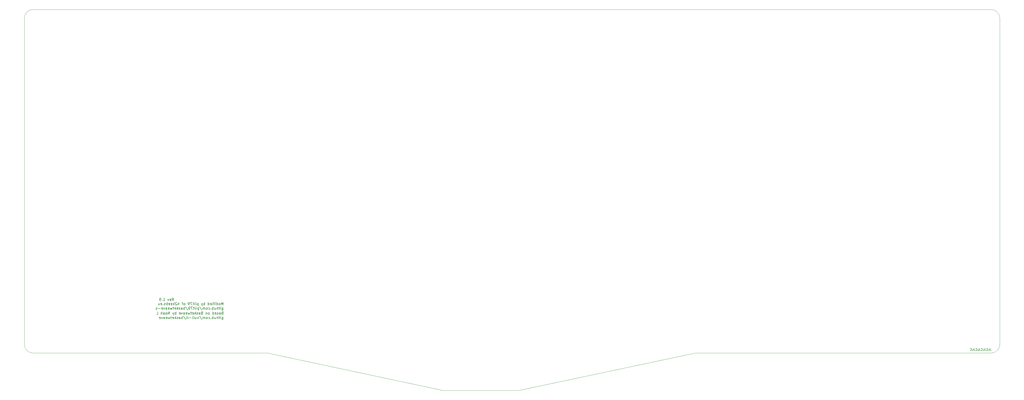
<source format=gbo>
G04 #@! TF.GenerationSoftware,KiCad,Pcbnew,5.1.10-88a1d61d58~90~ubuntu21.04.1*
G04 #@! TF.CreationDate,2021-09-18T02:19:37+02:00*
G04 #@! TF.ProjectId,basketweave,6261736b-6574-4776-9561-76652e6b6963,rev?*
G04 #@! TF.SameCoordinates,Original*
G04 #@! TF.FileFunction,Legend,Bot*
G04 #@! TF.FilePolarity,Positive*
%FSLAX46Y46*%
G04 Gerber Fmt 4.6, Leading zero omitted, Abs format (unit mm)*
G04 Created by KiCad (PCBNEW 5.1.10-88a1d61d58~90~ubuntu21.04.1) date 2021-09-18 02:19:37*
%MOMM*%
%LPD*%
G01*
G04 APERTURE LIST*
%ADD10C,0.150000*%
%ADD11C,0.200000*%
G04 #@! TA.AperFunction,Profile*
%ADD12C,0.050000*%
G04 #@! TD*
%ADD13C,0.300000*%
%ADD14C,1.852000*%
%ADD15C,2.352000*%
%ADD16C,4.089800*%
%ADD17C,3.150000*%
%ADD18O,1.702000X1.702000*%
%ADD19C,2.102000*%
%ADD20C,4.502000*%
%ADD21C,1.902000*%
%ADD22O,0.752000X1.102000*%
%ADD23O,1.002000X2.502000*%
%ADD24O,1.002000X1.802000*%
%ADD25O,1.802000X1.802000*%
%ADD26C,1.702000*%
%ADD27O,1.502000X1.502000*%
%ADD28C,1.502000*%
%ADD29C,1.602000*%
%ADD30C,1.302000*%
G04 APERTURE END LIST*
D10*
X393348552Y-209429404D02*
X393348552Y-210000833D01*
X393386647Y-210115119D01*
X393462838Y-210191309D01*
X393577123Y-210229404D01*
X393653314Y-210229404D01*
X392586647Y-210229404D02*
X392967600Y-210229404D01*
X392967600Y-209429404D01*
X391862838Y-210153214D02*
X391900933Y-210191309D01*
X392015219Y-210229404D01*
X392091409Y-210229404D01*
X392205695Y-210191309D01*
X392281885Y-210115119D01*
X392319980Y-210038928D01*
X392358076Y-209886547D01*
X392358076Y-209772261D01*
X392319980Y-209619880D01*
X392281885Y-209543690D01*
X392205695Y-209467500D01*
X392091409Y-209429404D01*
X392015219Y-209429404D01*
X391900933Y-209467500D01*
X391862838Y-209505595D01*
X391291409Y-209429404D02*
X391291409Y-210000833D01*
X391329504Y-210115119D01*
X391405695Y-210191309D01*
X391519980Y-210229404D01*
X391596171Y-210229404D01*
X390529504Y-210229404D02*
X390910457Y-210229404D01*
X390910457Y-209429404D01*
X389805695Y-210153214D02*
X389843790Y-210191309D01*
X389958076Y-210229404D01*
X390034266Y-210229404D01*
X390148552Y-210191309D01*
X390224742Y-210115119D01*
X390262838Y-210038928D01*
X390300933Y-209886547D01*
X390300933Y-209772261D01*
X390262838Y-209619880D01*
X390224742Y-209543690D01*
X390148552Y-209467500D01*
X390034266Y-209429404D01*
X389958076Y-209429404D01*
X389843790Y-209467500D01*
X389805695Y-209505595D01*
X389234266Y-209429404D02*
X389234266Y-210000833D01*
X389272361Y-210115119D01*
X389348552Y-210191309D01*
X389462838Y-210229404D01*
X389539028Y-210229404D01*
X388472361Y-210229404D02*
X388853314Y-210229404D01*
X388853314Y-209429404D01*
X387748552Y-210153214D02*
X387786647Y-210191309D01*
X387900933Y-210229404D01*
X387977123Y-210229404D01*
X388091409Y-210191309D01*
X388167600Y-210115119D01*
X388205695Y-210038928D01*
X388243790Y-209886547D01*
X388243790Y-209772261D01*
X388205695Y-209619880D01*
X388167600Y-209543690D01*
X388091409Y-209467500D01*
X387977123Y-209429404D01*
X387900933Y-209429404D01*
X387786647Y-209467500D01*
X387748552Y-209505595D01*
X387177123Y-209429404D02*
X387177123Y-210000833D01*
X387215219Y-210115119D01*
X387291409Y-210191309D01*
X387405695Y-210229404D01*
X387481885Y-210229404D01*
X386415219Y-210229404D02*
X386796171Y-210229404D01*
X386796171Y-209429404D01*
X385691409Y-210153214D02*
X385729504Y-210191309D01*
X385843790Y-210229404D01*
X385919980Y-210229404D01*
X386034266Y-210191309D01*
X386110457Y-210115119D01*
X386148552Y-210038928D01*
X386186647Y-209886547D01*
X386186647Y-209772261D01*
X386148552Y-209619880D01*
X386110457Y-209543690D01*
X386034266Y-209467500D01*
X385919980Y-209429404D01*
X385843790Y-209429404D01*
X385729504Y-209467500D01*
X385691409Y-209505595D01*
D11*
X101079504Y-192845580D02*
X101079504Y-191845580D01*
X100746171Y-192559866D01*
X100412838Y-191845580D01*
X100412838Y-192845580D01*
X99793790Y-192845580D02*
X99889028Y-192797961D01*
X99936647Y-192750342D01*
X99984266Y-192655104D01*
X99984266Y-192369390D01*
X99936647Y-192274152D01*
X99889028Y-192226533D01*
X99793790Y-192178914D01*
X99650933Y-192178914D01*
X99555695Y-192226533D01*
X99508076Y-192274152D01*
X99460457Y-192369390D01*
X99460457Y-192655104D01*
X99508076Y-192750342D01*
X99555695Y-192797961D01*
X99650933Y-192845580D01*
X99793790Y-192845580D01*
X98603314Y-192845580D02*
X98603314Y-191845580D01*
X98603314Y-192797961D02*
X98698552Y-192845580D01*
X98889028Y-192845580D01*
X98984266Y-192797961D01*
X99031885Y-192750342D01*
X99079504Y-192655104D01*
X99079504Y-192369390D01*
X99031885Y-192274152D01*
X98984266Y-192226533D01*
X98889028Y-192178914D01*
X98698552Y-192178914D01*
X98603314Y-192226533D01*
X98127123Y-192845580D02*
X98127123Y-192178914D01*
X98127123Y-191845580D02*
X98174742Y-191893200D01*
X98127123Y-191940819D01*
X98079504Y-191893200D01*
X98127123Y-191845580D01*
X98127123Y-191940819D01*
X97793790Y-192178914D02*
X97412838Y-192178914D01*
X97650933Y-192845580D02*
X97650933Y-191988438D01*
X97603314Y-191893200D01*
X97508076Y-191845580D01*
X97412838Y-191845580D01*
X97079504Y-192845580D02*
X97079504Y-192178914D01*
X97079504Y-191845580D02*
X97127123Y-191893200D01*
X97079504Y-191940819D01*
X97031885Y-191893200D01*
X97079504Y-191845580D01*
X97079504Y-191940819D01*
X96222361Y-192797961D02*
X96317600Y-192845580D01*
X96508076Y-192845580D01*
X96603314Y-192797961D01*
X96650933Y-192702723D01*
X96650933Y-192321771D01*
X96603314Y-192226533D01*
X96508076Y-192178914D01*
X96317600Y-192178914D01*
X96222361Y-192226533D01*
X96174742Y-192321771D01*
X96174742Y-192417009D01*
X96650933Y-192512247D01*
X95317600Y-192845580D02*
X95317600Y-191845580D01*
X95317600Y-192797961D02*
X95412838Y-192845580D01*
X95603314Y-192845580D01*
X95698552Y-192797961D01*
X95746171Y-192750342D01*
X95793790Y-192655104D01*
X95793790Y-192369390D01*
X95746171Y-192274152D01*
X95698552Y-192226533D01*
X95603314Y-192178914D01*
X95412838Y-192178914D01*
X95317600Y-192226533D01*
X94079504Y-192845580D02*
X94079504Y-191845580D01*
X94079504Y-192226533D02*
X93984266Y-192178914D01*
X93793790Y-192178914D01*
X93698552Y-192226533D01*
X93650933Y-192274152D01*
X93603314Y-192369390D01*
X93603314Y-192655104D01*
X93650933Y-192750342D01*
X93698552Y-192797961D01*
X93793790Y-192845580D01*
X93984266Y-192845580D01*
X94079504Y-192797961D01*
X93269980Y-192178914D02*
X93031885Y-192845580D01*
X92793790Y-192178914D02*
X93031885Y-192845580D01*
X93127123Y-193083676D01*
X93174742Y-193131295D01*
X93269980Y-193178914D01*
X91650933Y-192178914D02*
X91650933Y-193178914D01*
X91650933Y-192226533D02*
X91555695Y-192178914D01*
X91365219Y-192178914D01*
X91269980Y-192226533D01*
X91222361Y-192274152D01*
X91174742Y-192369390D01*
X91174742Y-192655104D01*
X91222361Y-192750342D01*
X91269980Y-192797961D01*
X91365219Y-192845580D01*
X91555695Y-192845580D01*
X91650933Y-192797961D01*
X90746171Y-192845580D02*
X90746171Y-192178914D01*
X90746171Y-191845580D02*
X90793790Y-191893200D01*
X90746171Y-191940819D01*
X90698552Y-191893200D01*
X90746171Y-191845580D01*
X90746171Y-191940819D01*
X90269980Y-192845580D02*
X90269980Y-192178914D01*
X90269980Y-191845580D02*
X90317600Y-191893200D01*
X90269980Y-191940819D01*
X90222361Y-191893200D01*
X90269980Y-191845580D01*
X90269980Y-191940819D01*
X89936647Y-192178914D02*
X89555695Y-192178914D01*
X89793790Y-191845580D02*
X89793790Y-192702723D01*
X89746171Y-192797961D01*
X89650933Y-192845580D01*
X89555695Y-192845580D01*
X89317600Y-191845580D02*
X88650933Y-191845580D01*
X89079504Y-192845580D01*
X88222361Y-192845580D02*
X88031885Y-192845580D01*
X87936647Y-192797961D01*
X87889028Y-192750342D01*
X87793790Y-192607485D01*
X87746171Y-192417009D01*
X87746171Y-192036057D01*
X87793790Y-191940819D01*
X87841409Y-191893200D01*
X87936647Y-191845580D01*
X88127123Y-191845580D01*
X88222361Y-191893200D01*
X88269980Y-191940819D01*
X88317600Y-192036057D01*
X88317600Y-192274152D01*
X88269980Y-192369390D01*
X88222361Y-192417009D01*
X88127123Y-192464628D01*
X87936647Y-192464628D01*
X87841409Y-192417009D01*
X87793790Y-192369390D01*
X87746171Y-192274152D01*
X86412838Y-192845580D02*
X86508076Y-192797961D01*
X86555695Y-192750342D01*
X86603314Y-192655104D01*
X86603314Y-192369390D01*
X86555695Y-192274152D01*
X86508076Y-192226533D01*
X86412838Y-192178914D01*
X86269980Y-192178914D01*
X86174742Y-192226533D01*
X86127123Y-192274152D01*
X86079504Y-192369390D01*
X86079504Y-192655104D01*
X86127123Y-192750342D01*
X86174742Y-192797961D01*
X86269980Y-192845580D01*
X86412838Y-192845580D01*
X85793790Y-192178914D02*
X85412838Y-192178914D01*
X85650933Y-192845580D02*
X85650933Y-191988438D01*
X85603314Y-191893200D01*
X85508076Y-191845580D01*
X85412838Y-191845580D01*
X83889028Y-192178914D02*
X83889028Y-192845580D01*
X84127123Y-191797961D02*
X84365219Y-192512247D01*
X83746171Y-192512247D01*
X83412838Y-191940819D02*
X83365219Y-191893200D01*
X83269980Y-191845580D01*
X83031885Y-191845580D01*
X82936647Y-191893200D01*
X82889028Y-191940819D01*
X82841409Y-192036057D01*
X82841409Y-192131295D01*
X82889028Y-192274152D01*
X83460457Y-192845580D01*
X82841409Y-192845580D01*
X82412838Y-192845580D02*
X82412838Y-191845580D01*
X82317600Y-192464628D02*
X82031885Y-192845580D01*
X82031885Y-192178914D02*
X82412838Y-192559866D01*
X81222361Y-192797961D02*
X81317600Y-192845580D01*
X81508076Y-192845580D01*
X81603314Y-192797961D01*
X81650933Y-192702723D01*
X81650933Y-192321771D01*
X81603314Y-192226533D01*
X81508076Y-192178914D01*
X81317600Y-192178914D01*
X81222361Y-192226533D01*
X81174742Y-192321771D01*
X81174742Y-192417009D01*
X81650933Y-192512247D01*
X80365219Y-192797961D02*
X80460457Y-192845580D01*
X80650933Y-192845580D01*
X80746171Y-192797961D01*
X80793790Y-192702723D01*
X80793790Y-192321771D01*
X80746171Y-192226533D01*
X80650933Y-192178914D01*
X80460457Y-192178914D01*
X80365219Y-192226533D01*
X80317600Y-192321771D01*
X80317600Y-192417009D01*
X80793790Y-192512247D01*
X79889028Y-192845580D02*
X79889028Y-191845580D01*
X79889028Y-192226533D02*
X79793790Y-192178914D01*
X79603314Y-192178914D01*
X79508076Y-192226533D01*
X79460457Y-192274152D01*
X79412838Y-192369390D01*
X79412838Y-192655104D01*
X79460457Y-192750342D01*
X79508076Y-192797961D01*
X79603314Y-192845580D01*
X79793790Y-192845580D01*
X79889028Y-192797961D01*
X79031885Y-192797961D02*
X78936647Y-192845580D01*
X78746171Y-192845580D01*
X78650933Y-192797961D01*
X78603314Y-192702723D01*
X78603314Y-192655104D01*
X78650933Y-192559866D01*
X78746171Y-192512247D01*
X78889028Y-192512247D01*
X78984266Y-192464628D01*
X79031885Y-192369390D01*
X79031885Y-192321771D01*
X78984266Y-192226533D01*
X78889028Y-192178914D01*
X78746171Y-192178914D01*
X78650933Y-192226533D01*
X78174742Y-192750342D02*
X78127123Y-192797961D01*
X78174742Y-192845580D01*
X78222361Y-192797961D01*
X78174742Y-192750342D01*
X78174742Y-192845580D01*
X77317600Y-192797961D02*
X77412838Y-192845580D01*
X77603314Y-192845580D01*
X77698552Y-192797961D01*
X77746171Y-192702723D01*
X77746171Y-192321771D01*
X77698552Y-192226533D01*
X77603314Y-192178914D01*
X77412838Y-192178914D01*
X77317600Y-192226533D01*
X77269980Y-192321771D01*
X77269980Y-192417009D01*
X77746171Y-192512247D01*
X76412838Y-192178914D02*
X76412838Y-192845580D01*
X76841409Y-192178914D02*
X76841409Y-192702723D01*
X76793790Y-192797961D01*
X76698552Y-192845580D01*
X76555695Y-192845580D01*
X76460457Y-192797961D01*
X76412838Y-192750342D01*
X100650933Y-193878914D02*
X100650933Y-194688438D01*
X100698552Y-194783676D01*
X100746171Y-194831295D01*
X100841409Y-194878914D01*
X100984266Y-194878914D01*
X101079504Y-194831295D01*
X100650933Y-194497961D02*
X100746171Y-194545580D01*
X100936647Y-194545580D01*
X101031885Y-194497961D01*
X101079504Y-194450342D01*
X101127123Y-194355104D01*
X101127123Y-194069390D01*
X101079504Y-193974152D01*
X101031885Y-193926533D01*
X100936647Y-193878914D01*
X100746171Y-193878914D01*
X100650933Y-193926533D01*
X100174742Y-194545580D02*
X100174742Y-193878914D01*
X100174742Y-193545580D02*
X100222361Y-193593200D01*
X100174742Y-193640819D01*
X100127123Y-193593200D01*
X100174742Y-193545580D01*
X100174742Y-193640819D01*
X99841409Y-193878914D02*
X99460457Y-193878914D01*
X99698552Y-193545580D02*
X99698552Y-194402723D01*
X99650933Y-194497961D01*
X99555695Y-194545580D01*
X99460457Y-194545580D01*
X99127123Y-194545580D02*
X99127123Y-193545580D01*
X98698552Y-194545580D02*
X98698552Y-194021771D01*
X98746171Y-193926533D01*
X98841409Y-193878914D01*
X98984266Y-193878914D01*
X99079504Y-193926533D01*
X99127123Y-193974152D01*
X97793790Y-193878914D02*
X97793790Y-194545580D01*
X98222361Y-193878914D02*
X98222361Y-194402723D01*
X98174742Y-194497961D01*
X98079504Y-194545580D01*
X97936647Y-194545580D01*
X97841409Y-194497961D01*
X97793790Y-194450342D01*
X97317600Y-194545580D02*
X97317600Y-193545580D01*
X97317600Y-193926533D02*
X97222361Y-193878914D01*
X97031885Y-193878914D01*
X96936647Y-193926533D01*
X96889028Y-193974152D01*
X96841409Y-194069390D01*
X96841409Y-194355104D01*
X96889028Y-194450342D01*
X96936647Y-194497961D01*
X97031885Y-194545580D01*
X97222361Y-194545580D01*
X97317600Y-194497961D01*
X96412838Y-194450342D02*
X96365219Y-194497961D01*
X96412838Y-194545580D01*
X96460457Y-194497961D01*
X96412838Y-194450342D01*
X96412838Y-194545580D01*
X95508076Y-194497961D02*
X95603314Y-194545580D01*
X95793790Y-194545580D01*
X95889028Y-194497961D01*
X95936647Y-194450342D01*
X95984266Y-194355104D01*
X95984266Y-194069390D01*
X95936647Y-193974152D01*
X95889028Y-193926533D01*
X95793790Y-193878914D01*
X95603314Y-193878914D01*
X95508076Y-193926533D01*
X94936647Y-194545580D02*
X95031885Y-194497961D01*
X95079504Y-194450342D01*
X95127123Y-194355104D01*
X95127123Y-194069390D01*
X95079504Y-193974152D01*
X95031885Y-193926533D01*
X94936647Y-193878914D01*
X94793790Y-193878914D01*
X94698552Y-193926533D01*
X94650933Y-193974152D01*
X94603314Y-194069390D01*
X94603314Y-194355104D01*
X94650933Y-194450342D01*
X94698552Y-194497961D01*
X94793790Y-194545580D01*
X94936647Y-194545580D01*
X94174742Y-194545580D02*
X94174742Y-193878914D01*
X94174742Y-193974152D02*
X94127123Y-193926533D01*
X94031885Y-193878914D01*
X93889028Y-193878914D01*
X93793790Y-193926533D01*
X93746171Y-194021771D01*
X93746171Y-194545580D01*
X93746171Y-194021771D02*
X93698552Y-193926533D01*
X93603314Y-193878914D01*
X93460457Y-193878914D01*
X93365219Y-193926533D01*
X93317600Y-194021771D01*
X93317600Y-194545580D01*
X92127123Y-193497961D02*
X92984266Y-194783676D01*
X91793790Y-193878914D02*
X91793790Y-194878914D01*
X91793790Y-193926533D02*
X91698552Y-193878914D01*
X91508076Y-193878914D01*
X91412838Y-193926533D01*
X91365219Y-193974152D01*
X91317600Y-194069390D01*
X91317600Y-194355104D01*
X91365219Y-194450342D01*
X91412838Y-194497961D01*
X91508076Y-194545580D01*
X91698552Y-194545580D01*
X91793790Y-194497961D01*
X90889028Y-194545580D02*
X90889028Y-193878914D01*
X90889028Y-193545580D02*
X90936647Y-193593200D01*
X90889028Y-193640819D01*
X90841409Y-193593200D01*
X90889028Y-193545580D01*
X90889028Y-193640819D01*
X90412838Y-194545580D02*
X90412838Y-193878914D01*
X90412838Y-193545580D02*
X90460457Y-193593200D01*
X90412838Y-193640819D01*
X90365219Y-193593200D01*
X90412838Y-193545580D01*
X90412838Y-193640819D01*
X90079504Y-193878914D02*
X89698552Y-193878914D01*
X89936647Y-193545580D02*
X89936647Y-194402723D01*
X89889028Y-194497961D01*
X89793790Y-194545580D01*
X89698552Y-194545580D01*
X89460457Y-193545580D02*
X88793790Y-193545580D01*
X89222361Y-194545580D01*
X88365219Y-194545580D02*
X88174742Y-194545580D01*
X88079504Y-194497961D01*
X88031885Y-194450342D01*
X87936647Y-194307485D01*
X87889028Y-194117009D01*
X87889028Y-193736057D01*
X87936647Y-193640819D01*
X87984266Y-193593200D01*
X88079504Y-193545580D01*
X88269980Y-193545580D01*
X88365219Y-193593200D01*
X88412838Y-193640819D01*
X88460457Y-193736057D01*
X88460457Y-193974152D01*
X88412838Y-194069390D01*
X88365219Y-194117009D01*
X88269980Y-194164628D01*
X88079504Y-194164628D01*
X87984266Y-194117009D01*
X87936647Y-194069390D01*
X87889028Y-193974152D01*
X86746171Y-193497961D02*
X87603314Y-194783676D01*
X86412838Y-194545580D02*
X86412838Y-193545580D01*
X86412838Y-193926533D02*
X86317600Y-193878914D01*
X86127123Y-193878914D01*
X86031885Y-193926533D01*
X85984266Y-193974152D01*
X85936647Y-194069390D01*
X85936647Y-194355104D01*
X85984266Y-194450342D01*
X86031885Y-194497961D01*
X86127123Y-194545580D01*
X86317600Y-194545580D01*
X86412838Y-194497961D01*
X85079504Y-194545580D02*
X85079504Y-194021771D01*
X85127123Y-193926533D01*
X85222361Y-193878914D01*
X85412838Y-193878914D01*
X85508076Y-193926533D01*
X85079504Y-194497961D02*
X85174742Y-194545580D01*
X85412838Y-194545580D01*
X85508076Y-194497961D01*
X85555695Y-194402723D01*
X85555695Y-194307485D01*
X85508076Y-194212247D01*
X85412838Y-194164628D01*
X85174742Y-194164628D01*
X85079504Y-194117009D01*
X84650933Y-194497961D02*
X84555695Y-194545580D01*
X84365219Y-194545580D01*
X84269980Y-194497961D01*
X84222361Y-194402723D01*
X84222361Y-194355104D01*
X84269980Y-194259866D01*
X84365219Y-194212247D01*
X84508076Y-194212247D01*
X84603314Y-194164628D01*
X84650933Y-194069390D01*
X84650933Y-194021771D01*
X84603314Y-193926533D01*
X84508076Y-193878914D01*
X84365219Y-193878914D01*
X84269980Y-193926533D01*
X83793790Y-194545580D02*
X83793790Y-193545580D01*
X83698552Y-194164628D02*
X83412838Y-194545580D01*
X83412838Y-193878914D02*
X83793790Y-194259866D01*
X82603314Y-194497961D02*
X82698552Y-194545580D01*
X82889028Y-194545580D01*
X82984266Y-194497961D01*
X83031885Y-194402723D01*
X83031885Y-194021771D01*
X82984266Y-193926533D01*
X82889028Y-193878914D01*
X82698552Y-193878914D01*
X82603314Y-193926533D01*
X82555695Y-194021771D01*
X82555695Y-194117009D01*
X83031885Y-194212247D01*
X82269980Y-193878914D02*
X81889028Y-193878914D01*
X82127123Y-193545580D02*
X82127123Y-194402723D01*
X82079504Y-194497961D01*
X81984266Y-194545580D01*
X81889028Y-194545580D01*
X81650933Y-193878914D02*
X81460457Y-194545580D01*
X81269980Y-194069390D01*
X81079504Y-194545580D01*
X80889028Y-193878914D01*
X80127123Y-194497961D02*
X80222361Y-194545580D01*
X80412838Y-194545580D01*
X80508076Y-194497961D01*
X80555695Y-194402723D01*
X80555695Y-194021771D01*
X80508076Y-193926533D01*
X80412838Y-193878914D01*
X80222361Y-193878914D01*
X80127123Y-193926533D01*
X80079504Y-194021771D01*
X80079504Y-194117009D01*
X80555695Y-194212247D01*
X79222361Y-194545580D02*
X79222361Y-194021771D01*
X79269980Y-193926533D01*
X79365219Y-193878914D01*
X79555695Y-193878914D01*
X79650933Y-193926533D01*
X79222361Y-194497961D02*
X79317600Y-194545580D01*
X79555695Y-194545580D01*
X79650933Y-194497961D01*
X79698552Y-194402723D01*
X79698552Y-194307485D01*
X79650933Y-194212247D01*
X79555695Y-194164628D01*
X79317600Y-194164628D01*
X79222361Y-194117009D01*
X78841409Y-193878914D02*
X78603314Y-194545580D01*
X78365219Y-193878914D01*
X77603314Y-194497961D02*
X77698552Y-194545580D01*
X77889028Y-194545580D01*
X77984266Y-194497961D01*
X78031885Y-194402723D01*
X78031885Y-194021771D01*
X77984266Y-193926533D01*
X77889028Y-193878914D01*
X77698552Y-193878914D01*
X77603314Y-193926533D01*
X77555695Y-194021771D01*
X77555695Y-194117009D01*
X78031885Y-194212247D01*
X77127123Y-194164628D02*
X76365219Y-194164628D01*
X75936647Y-194497961D02*
X75841409Y-194545580D01*
X75650933Y-194545580D01*
X75555695Y-194497961D01*
X75508076Y-194402723D01*
X75508076Y-194355104D01*
X75555695Y-194259866D01*
X75650933Y-194212247D01*
X75793790Y-194212247D01*
X75889028Y-194164628D01*
X75936647Y-194069390D01*
X75936647Y-194021771D01*
X75889028Y-193926533D01*
X75793790Y-193878914D01*
X75650933Y-193878914D01*
X75555695Y-193926533D01*
X81610476Y-191206380D02*
X81943809Y-190730190D01*
X82181904Y-191206380D02*
X82181904Y-190206380D01*
X81800952Y-190206380D01*
X81705714Y-190254000D01*
X81658095Y-190301619D01*
X81610476Y-190396857D01*
X81610476Y-190539714D01*
X81658095Y-190634952D01*
X81705714Y-190682571D01*
X81800952Y-190730190D01*
X82181904Y-190730190D01*
X80800952Y-191158761D02*
X80896190Y-191206380D01*
X81086666Y-191206380D01*
X81181904Y-191158761D01*
X81229523Y-191063523D01*
X81229523Y-190682571D01*
X81181904Y-190587333D01*
X81086666Y-190539714D01*
X80896190Y-190539714D01*
X80800952Y-190587333D01*
X80753333Y-190682571D01*
X80753333Y-190777809D01*
X81229523Y-190873047D01*
X80420000Y-190539714D02*
X80181904Y-191206380D01*
X79943809Y-190539714D01*
X78277142Y-191206380D02*
X78848571Y-191206380D01*
X78562857Y-191206380D02*
X78562857Y-190206380D01*
X78658095Y-190349238D01*
X78753333Y-190444476D01*
X78848571Y-190492095D01*
X77848571Y-191111142D02*
X77800952Y-191158761D01*
X77848571Y-191206380D01*
X77896190Y-191158761D01*
X77848571Y-191111142D01*
X77848571Y-191206380D01*
X77324761Y-191206380D02*
X77134285Y-191206380D01*
X77039047Y-191158761D01*
X76991428Y-191111142D01*
X76896190Y-190968285D01*
X76848571Y-190777809D01*
X76848571Y-190396857D01*
X76896190Y-190301619D01*
X76943809Y-190254000D01*
X77039047Y-190206380D01*
X77229523Y-190206380D01*
X77324761Y-190254000D01*
X77372380Y-190301619D01*
X77420000Y-190396857D01*
X77420000Y-190634952D01*
X77372380Y-190730190D01*
X77324761Y-190777809D01*
X77229523Y-190825428D01*
X77039047Y-190825428D01*
X76943809Y-190777809D01*
X76896190Y-190730190D01*
X76848571Y-190634952D01*
X100746171Y-195903171D02*
X100603314Y-195950790D01*
X100555695Y-195998409D01*
X100508076Y-196093647D01*
X100508076Y-196236504D01*
X100555695Y-196331742D01*
X100603314Y-196379361D01*
X100698552Y-196426980D01*
X101079504Y-196426980D01*
X101079504Y-195426980D01*
X100746171Y-195426980D01*
X100650933Y-195474600D01*
X100603314Y-195522219D01*
X100555695Y-195617457D01*
X100555695Y-195712695D01*
X100603314Y-195807933D01*
X100650933Y-195855552D01*
X100746171Y-195903171D01*
X101079504Y-195903171D01*
X99650933Y-196426980D02*
X99650933Y-195903171D01*
X99698552Y-195807933D01*
X99793790Y-195760314D01*
X99984266Y-195760314D01*
X100079504Y-195807933D01*
X99650933Y-196379361D02*
X99746171Y-196426980D01*
X99984266Y-196426980D01*
X100079504Y-196379361D01*
X100127123Y-196284123D01*
X100127123Y-196188885D01*
X100079504Y-196093647D01*
X99984266Y-196046028D01*
X99746171Y-196046028D01*
X99650933Y-195998409D01*
X99222361Y-196379361D02*
X99127123Y-196426980D01*
X98936647Y-196426980D01*
X98841409Y-196379361D01*
X98793790Y-196284123D01*
X98793790Y-196236504D01*
X98841409Y-196141266D01*
X98936647Y-196093647D01*
X99079504Y-196093647D01*
X99174742Y-196046028D01*
X99222361Y-195950790D01*
X99222361Y-195903171D01*
X99174742Y-195807933D01*
X99079504Y-195760314D01*
X98936647Y-195760314D01*
X98841409Y-195807933D01*
X97984266Y-196379361D02*
X98079504Y-196426980D01*
X98269980Y-196426980D01*
X98365219Y-196379361D01*
X98412838Y-196284123D01*
X98412838Y-195903171D01*
X98365219Y-195807933D01*
X98269980Y-195760314D01*
X98079504Y-195760314D01*
X97984266Y-195807933D01*
X97936647Y-195903171D01*
X97936647Y-195998409D01*
X98412838Y-196093647D01*
X97079504Y-196426980D02*
X97079504Y-195426980D01*
X97079504Y-196379361D02*
X97174742Y-196426980D01*
X97365219Y-196426980D01*
X97460457Y-196379361D01*
X97508076Y-196331742D01*
X97555695Y-196236504D01*
X97555695Y-195950790D01*
X97508076Y-195855552D01*
X97460457Y-195807933D01*
X97365219Y-195760314D01*
X97174742Y-195760314D01*
X97079504Y-195807933D01*
X95698552Y-196426980D02*
X95793790Y-196379361D01*
X95841409Y-196331742D01*
X95889028Y-196236504D01*
X95889028Y-195950790D01*
X95841409Y-195855552D01*
X95793790Y-195807933D01*
X95698552Y-195760314D01*
X95555695Y-195760314D01*
X95460457Y-195807933D01*
X95412838Y-195855552D01*
X95365219Y-195950790D01*
X95365219Y-196236504D01*
X95412838Y-196331742D01*
X95460457Y-196379361D01*
X95555695Y-196426980D01*
X95698552Y-196426980D01*
X94936647Y-195760314D02*
X94936647Y-196426980D01*
X94936647Y-195855552D02*
X94889028Y-195807933D01*
X94793790Y-195760314D01*
X94650933Y-195760314D01*
X94555695Y-195807933D01*
X94508076Y-195903171D01*
X94508076Y-196426980D01*
X92936647Y-195903171D02*
X92793790Y-195950790D01*
X92746171Y-195998409D01*
X92698552Y-196093647D01*
X92698552Y-196236504D01*
X92746171Y-196331742D01*
X92793790Y-196379361D01*
X92889028Y-196426980D01*
X93269980Y-196426980D01*
X93269980Y-195426980D01*
X92936647Y-195426980D01*
X92841409Y-195474600D01*
X92793790Y-195522219D01*
X92746171Y-195617457D01*
X92746171Y-195712695D01*
X92793790Y-195807933D01*
X92841409Y-195855552D01*
X92936647Y-195903171D01*
X93269980Y-195903171D01*
X91841409Y-196426980D02*
X91841409Y-195903171D01*
X91889028Y-195807933D01*
X91984266Y-195760314D01*
X92174742Y-195760314D01*
X92269980Y-195807933D01*
X91841409Y-196379361D02*
X91936647Y-196426980D01*
X92174742Y-196426980D01*
X92269980Y-196379361D01*
X92317600Y-196284123D01*
X92317600Y-196188885D01*
X92269980Y-196093647D01*
X92174742Y-196046028D01*
X91936647Y-196046028D01*
X91841409Y-195998409D01*
X91412838Y-196379361D02*
X91317600Y-196426980D01*
X91127123Y-196426980D01*
X91031885Y-196379361D01*
X90984266Y-196284123D01*
X90984266Y-196236504D01*
X91031885Y-196141266D01*
X91127123Y-196093647D01*
X91269980Y-196093647D01*
X91365219Y-196046028D01*
X91412838Y-195950790D01*
X91412838Y-195903171D01*
X91365219Y-195807933D01*
X91269980Y-195760314D01*
X91127123Y-195760314D01*
X91031885Y-195807933D01*
X90555695Y-196426980D02*
X90555695Y-195426980D01*
X90460457Y-196046028D02*
X90174742Y-196426980D01*
X90174742Y-195760314D02*
X90555695Y-196141266D01*
X89365219Y-196379361D02*
X89460457Y-196426980D01*
X89650933Y-196426980D01*
X89746171Y-196379361D01*
X89793790Y-196284123D01*
X89793790Y-195903171D01*
X89746171Y-195807933D01*
X89650933Y-195760314D01*
X89460457Y-195760314D01*
X89365219Y-195807933D01*
X89317600Y-195903171D01*
X89317600Y-195998409D01*
X89793790Y-196093647D01*
X89031885Y-195760314D02*
X88650933Y-195760314D01*
X88889028Y-195426980D02*
X88889028Y-196284123D01*
X88841409Y-196379361D01*
X88746171Y-196426980D01*
X88650933Y-196426980D01*
X88412838Y-195760314D02*
X88222361Y-196426980D01*
X88031885Y-195950790D01*
X87841409Y-196426980D01*
X87650933Y-195760314D01*
X86889028Y-196379361D02*
X86984266Y-196426980D01*
X87174742Y-196426980D01*
X87269980Y-196379361D01*
X87317600Y-196284123D01*
X87317600Y-195903171D01*
X87269980Y-195807933D01*
X87174742Y-195760314D01*
X86984266Y-195760314D01*
X86889028Y-195807933D01*
X86841409Y-195903171D01*
X86841409Y-195998409D01*
X87317600Y-196093647D01*
X85984266Y-196426980D02*
X85984266Y-195903171D01*
X86031885Y-195807933D01*
X86127123Y-195760314D01*
X86317600Y-195760314D01*
X86412838Y-195807933D01*
X85984266Y-196379361D02*
X86079504Y-196426980D01*
X86317600Y-196426980D01*
X86412838Y-196379361D01*
X86460457Y-196284123D01*
X86460457Y-196188885D01*
X86412838Y-196093647D01*
X86317600Y-196046028D01*
X86079504Y-196046028D01*
X85984266Y-195998409D01*
X85603314Y-195760314D02*
X85365219Y-196426980D01*
X85127123Y-195760314D01*
X84365219Y-196379361D02*
X84460457Y-196426980D01*
X84650933Y-196426980D01*
X84746171Y-196379361D01*
X84793790Y-196284123D01*
X84793790Y-195903171D01*
X84746171Y-195807933D01*
X84650933Y-195760314D01*
X84460457Y-195760314D01*
X84365219Y-195807933D01*
X84317600Y-195903171D01*
X84317600Y-195998409D01*
X84793790Y-196093647D01*
X83127123Y-196426980D02*
X83127123Y-195426980D01*
X83127123Y-195807933D02*
X83031885Y-195760314D01*
X82841409Y-195760314D01*
X82746171Y-195807933D01*
X82698552Y-195855552D01*
X82650933Y-195950790D01*
X82650933Y-196236504D01*
X82698552Y-196331742D01*
X82746171Y-196379361D01*
X82841409Y-196426980D01*
X83031885Y-196426980D01*
X83127123Y-196379361D01*
X82317600Y-195760314D02*
X82079504Y-196426980D01*
X81841409Y-195760314D02*
X82079504Y-196426980D01*
X82174742Y-196665076D01*
X82222361Y-196712695D01*
X82317600Y-196760314D01*
X80698552Y-196426980D02*
X80698552Y-195426980D01*
X80127123Y-196426980D01*
X80127123Y-195426980D01*
X79508076Y-196426980D02*
X79603314Y-196379361D01*
X79650933Y-196331742D01*
X79698552Y-196236504D01*
X79698552Y-195950790D01*
X79650933Y-195855552D01*
X79603314Y-195807933D01*
X79508076Y-195760314D01*
X79365219Y-195760314D01*
X79269980Y-195807933D01*
X79222361Y-195855552D01*
X79174742Y-195950790D01*
X79174742Y-196236504D01*
X79222361Y-196331742D01*
X79269980Y-196379361D01*
X79365219Y-196426980D01*
X79508076Y-196426980D01*
X78317600Y-196426980D02*
X78317600Y-195903171D01*
X78365219Y-195807933D01*
X78460457Y-195760314D01*
X78650933Y-195760314D01*
X78746171Y-195807933D01*
X78317600Y-196379361D02*
X78412838Y-196426980D01*
X78650933Y-196426980D01*
X78746171Y-196379361D01*
X78793790Y-196284123D01*
X78793790Y-196188885D01*
X78746171Y-196093647D01*
X78650933Y-196046028D01*
X78412838Y-196046028D01*
X78317600Y-195998409D01*
X77841409Y-196426980D02*
X77841409Y-195426980D01*
X77412838Y-196426980D02*
X77412838Y-195903171D01*
X77460457Y-195807933D01*
X77555695Y-195760314D01*
X77698552Y-195760314D01*
X77793790Y-195807933D01*
X77841409Y-195855552D01*
X75698552Y-196426980D02*
X76174742Y-196426980D01*
X76174742Y-195426980D01*
X100650933Y-197460314D02*
X100650933Y-198269838D01*
X100698552Y-198365076D01*
X100746171Y-198412695D01*
X100841409Y-198460314D01*
X100984266Y-198460314D01*
X101079504Y-198412695D01*
X100650933Y-198079361D02*
X100746171Y-198126980D01*
X100936647Y-198126980D01*
X101031885Y-198079361D01*
X101079504Y-198031742D01*
X101127123Y-197936504D01*
X101127123Y-197650790D01*
X101079504Y-197555552D01*
X101031885Y-197507933D01*
X100936647Y-197460314D01*
X100746171Y-197460314D01*
X100650933Y-197507933D01*
X100174742Y-198126980D02*
X100174742Y-197460314D01*
X100174742Y-197126980D02*
X100222361Y-197174600D01*
X100174742Y-197222219D01*
X100127123Y-197174600D01*
X100174742Y-197126980D01*
X100174742Y-197222219D01*
X99841409Y-197460314D02*
X99460457Y-197460314D01*
X99698552Y-197126980D02*
X99698552Y-197984123D01*
X99650933Y-198079361D01*
X99555695Y-198126980D01*
X99460457Y-198126980D01*
X99127123Y-198126980D02*
X99127123Y-197126980D01*
X98698552Y-198126980D02*
X98698552Y-197603171D01*
X98746171Y-197507933D01*
X98841409Y-197460314D01*
X98984266Y-197460314D01*
X99079504Y-197507933D01*
X99127123Y-197555552D01*
X97793790Y-197460314D02*
X97793790Y-198126980D01*
X98222361Y-197460314D02*
X98222361Y-197984123D01*
X98174742Y-198079361D01*
X98079504Y-198126980D01*
X97936647Y-198126980D01*
X97841409Y-198079361D01*
X97793790Y-198031742D01*
X97317600Y-198126980D02*
X97317600Y-197126980D01*
X97317600Y-197507933D02*
X97222361Y-197460314D01*
X97031885Y-197460314D01*
X96936647Y-197507933D01*
X96889028Y-197555552D01*
X96841409Y-197650790D01*
X96841409Y-197936504D01*
X96889028Y-198031742D01*
X96936647Y-198079361D01*
X97031885Y-198126980D01*
X97222361Y-198126980D01*
X97317600Y-198079361D01*
X96412838Y-198031742D02*
X96365219Y-198079361D01*
X96412838Y-198126980D01*
X96460457Y-198079361D01*
X96412838Y-198031742D01*
X96412838Y-198126980D01*
X95508076Y-198079361D02*
X95603314Y-198126980D01*
X95793790Y-198126980D01*
X95889028Y-198079361D01*
X95936647Y-198031742D01*
X95984266Y-197936504D01*
X95984266Y-197650790D01*
X95936647Y-197555552D01*
X95889028Y-197507933D01*
X95793790Y-197460314D01*
X95603314Y-197460314D01*
X95508076Y-197507933D01*
X94936647Y-198126980D02*
X95031885Y-198079361D01*
X95079504Y-198031742D01*
X95127123Y-197936504D01*
X95127123Y-197650790D01*
X95079504Y-197555552D01*
X95031885Y-197507933D01*
X94936647Y-197460314D01*
X94793790Y-197460314D01*
X94698552Y-197507933D01*
X94650933Y-197555552D01*
X94603314Y-197650790D01*
X94603314Y-197936504D01*
X94650933Y-198031742D01*
X94698552Y-198079361D01*
X94793790Y-198126980D01*
X94936647Y-198126980D01*
X94174742Y-198126980D02*
X94174742Y-197460314D01*
X94174742Y-197555552D02*
X94127123Y-197507933D01*
X94031885Y-197460314D01*
X93889028Y-197460314D01*
X93793790Y-197507933D01*
X93746171Y-197603171D01*
X93746171Y-198126980D01*
X93746171Y-197603171D02*
X93698552Y-197507933D01*
X93603314Y-197460314D01*
X93460457Y-197460314D01*
X93365219Y-197507933D01*
X93317600Y-197603171D01*
X93317600Y-198126980D01*
X92127123Y-197079361D02*
X92984266Y-198365076D01*
X91793790Y-197460314D02*
X91793790Y-198126980D01*
X91793790Y-197555552D02*
X91746171Y-197507933D01*
X91650933Y-197460314D01*
X91508076Y-197460314D01*
X91412838Y-197507933D01*
X91365219Y-197603171D01*
X91365219Y-198126980D01*
X90460457Y-197460314D02*
X90460457Y-198126980D01*
X90889028Y-197460314D02*
X90889028Y-197984123D01*
X90841409Y-198079361D01*
X90746171Y-198126980D01*
X90603314Y-198126980D01*
X90508076Y-198079361D01*
X90460457Y-198031742D01*
X89841409Y-198126980D02*
X89936647Y-198079361D01*
X89984266Y-197984123D01*
X89984266Y-197126980D01*
X89317600Y-198126980D02*
X89412838Y-198079361D01*
X89460457Y-197984123D01*
X89460457Y-197126980D01*
X88936647Y-197746028D02*
X88174742Y-197746028D01*
X87555695Y-198126980D02*
X87650933Y-198079361D01*
X87698552Y-197984123D01*
X87698552Y-197126980D01*
X87031885Y-198126980D02*
X87127123Y-198079361D01*
X87174742Y-197984123D01*
X87174742Y-197126980D01*
X85936647Y-197079361D02*
X86793790Y-198365076D01*
X85603314Y-198126980D02*
X85603314Y-197126980D01*
X85603314Y-197507933D02*
X85508076Y-197460314D01*
X85317600Y-197460314D01*
X85222361Y-197507933D01*
X85174742Y-197555552D01*
X85127123Y-197650790D01*
X85127123Y-197936504D01*
X85174742Y-198031742D01*
X85222361Y-198079361D01*
X85317600Y-198126980D01*
X85508076Y-198126980D01*
X85603314Y-198079361D01*
X84269980Y-198126980D02*
X84269980Y-197603171D01*
X84317600Y-197507933D01*
X84412838Y-197460314D01*
X84603314Y-197460314D01*
X84698552Y-197507933D01*
X84269980Y-198079361D02*
X84365219Y-198126980D01*
X84603314Y-198126980D01*
X84698552Y-198079361D01*
X84746171Y-197984123D01*
X84746171Y-197888885D01*
X84698552Y-197793647D01*
X84603314Y-197746028D01*
X84365219Y-197746028D01*
X84269980Y-197698409D01*
X83841409Y-198079361D02*
X83746171Y-198126980D01*
X83555695Y-198126980D01*
X83460457Y-198079361D01*
X83412838Y-197984123D01*
X83412838Y-197936504D01*
X83460457Y-197841266D01*
X83555695Y-197793647D01*
X83698552Y-197793647D01*
X83793790Y-197746028D01*
X83841409Y-197650790D01*
X83841409Y-197603171D01*
X83793790Y-197507933D01*
X83698552Y-197460314D01*
X83555695Y-197460314D01*
X83460457Y-197507933D01*
X82984266Y-198126980D02*
X82984266Y-197126980D01*
X82889028Y-197746028D02*
X82603314Y-198126980D01*
X82603314Y-197460314D02*
X82984266Y-197841266D01*
X81793790Y-198079361D02*
X81889028Y-198126980D01*
X82079504Y-198126980D01*
X82174742Y-198079361D01*
X82222361Y-197984123D01*
X82222361Y-197603171D01*
X82174742Y-197507933D01*
X82079504Y-197460314D01*
X81889028Y-197460314D01*
X81793790Y-197507933D01*
X81746171Y-197603171D01*
X81746171Y-197698409D01*
X82222361Y-197793647D01*
X81460457Y-197460314D02*
X81079504Y-197460314D01*
X81317600Y-197126980D02*
X81317600Y-197984123D01*
X81269980Y-198079361D01*
X81174742Y-198126980D01*
X81079504Y-198126980D01*
X80841409Y-197460314D02*
X80650933Y-198126980D01*
X80460457Y-197650790D01*
X80269980Y-198126980D01*
X80079504Y-197460314D01*
X79317600Y-198079361D02*
X79412838Y-198126980D01*
X79603314Y-198126980D01*
X79698552Y-198079361D01*
X79746171Y-197984123D01*
X79746171Y-197603171D01*
X79698552Y-197507933D01*
X79603314Y-197460314D01*
X79412838Y-197460314D01*
X79317600Y-197507933D01*
X79269980Y-197603171D01*
X79269980Y-197698409D01*
X79746171Y-197793647D01*
X78412838Y-198126980D02*
X78412838Y-197603171D01*
X78460457Y-197507933D01*
X78555695Y-197460314D01*
X78746171Y-197460314D01*
X78841409Y-197507933D01*
X78412838Y-198079361D02*
X78508076Y-198126980D01*
X78746171Y-198126980D01*
X78841409Y-198079361D01*
X78889028Y-197984123D01*
X78889028Y-197888885D01*
X78841409Y-197793647D01*
X78746171Y-197746028D01*
X78508076Y-197746028D01*
X78412838Y-197698409D01*
X78031885Y-197460314D02*
X77793790Y-198126980D01*
X77555695Y-197460314D01*
X76793790Y-198079361D02*
X76889028Y-198126980D01*
X77079504Y-198126980D01*
X77174742Y-198079361D01*
X77222361Y-197984123D01*
X77222361Y-197603171D01*
X77174742Y-197507933D01*
X77079504Y-197460314D01*
X76889028Y-197460314D01*
X76793790Y-197507933D01*
X76746171Y-197603171D01*
X76746171Y-197698409D01*
X77222361Y-197793647D01*
D12*
X25400000Y-83343750D02*
G75*
G02*
X28575000Y-80168750I3175000J0D01*
G01*
X184943750Y-225425000D02*
X213518750Y-225425000D01*
X28575000Y-211137500D02*
G75*
G02*
X25400000Y-207962500I0J3175000D01*
G01*
X396875000Y-207962500D02*
G75*
G02*
X393700000Y-211137500I-3175000J0D01*
G01*
X393700000Y-80168750D02*
G75*
G02*
X396875000Y-83343750I0J-3175000D01*
G01*
X280987500Y-211137500D02*
X213518750Y-225425000D01*
X393700000Y-211137500D02*
X280987500Y-211137500D01*
X117824250Y-211137500D02*
X184943750Y-225425000D01*
X28575000Y-211137500D02*
X117824250Y-211137500D01*
X396875000Y-83343750D02*
X396875000Y-207962500D01*
X28575000Y-80168750D02*
X393700000Y-80168750D01*
X25400000Y-83343750D02*
X25400000Y-207962500D01*
%LPC*%
D13*
X100560557Y-190342057D02*
X100346271Y-190413485D01*
X100274842Y-190484914D01*
X100203414Y-190627771D01*
X100203414Y-190842057D01*
X100274842Y-190984914D01*
X100346271Y-191056342D01*
X100489128Y-191127771D01*
X101060557Y-191127771D01*
X101060557Y-189627771D01*
X100560557Y-189627771D01*
X100417700Y-189699200D01*
X100346271Y-189770628D01*
X100274842Y-189913485D01*
X100274842Y-190056342D01*
X100346271Y-190199200D01*
X100417700Y-190270628D01*
X100560557Y-190342057D01*
X101060557Y-190342057D01*
X98917700Y-191127771D02*
X98917700Y-190342057D01*
X98989128Y-190199200D01*
X99131985Y-190127771D01*
X99417700Y-190127771D01*
X99560557Y-190199200D01*
X98917700Y-191056342D02*
X99060557Y-191127771D01*
X99417700Y-191127771D01*
X99560557Y-191056342D01*
X99631985Y-190913485D01*
X99631985Y-190770628D01*
X99560557Y-190627771D01*
X99417700Y-190556342D01*
X99060557Y-190556342D01*
X98917700Y-190484914D01*
X98274842Y-191056342D02*
X98131985Y-191127771D01*
X97846271Y-191127771D01*
X97703414Y-191056342D01*
X97631985Y-190913485D01*
X97631985Y-190842057D01*
X97703414Y-190699200D01*
X97846271Y-190627771D01*
X98060557Y-190627771D01*
X98203414Y-190556342D01*
X98274842Y-190413485D01*
X98274842Y-190342057D01*
X98203414Y-190199200D01*
X98060557Y-190127771D01*
X97846271Y-190127771D01*
X97703414Y-190199200D01*
X96989128Y-191127771D02*
X96989128Y-189627771D01*
X96846271Y-190556342D02*
X96417700Y-191127771D01*
X96417700Y-190127771D02*
X96989128Y-190699200D01*
X95203414Y-191056342D02*
X95346271Y-191127771D01*
X95631985Y-191127771D01*
X95774842Y-191056342D01*
X95846271Y-190913485D01*
X95846271Y-190342057D01*
X95774842Y-190199200D01*
X95631985Y-190127771D01*
X95346271Y-190127771D01*
X95203414Y-190199200D01*
X95131985Y-190342057D01*
X95131985Y-190484914D01*
X95846271Y-190627771D01*
X94703414Y-190127771D02*
X94131985Y-190127771D01*
X94489128Y-189627771D02*
X94489128Y-190913485D01*
X94417700Y-191056342D01*
X94274842Y-191127771D01*
X94131985Y-191127771D01*
X93774842Y-190127771D02*
X93489128Y-191127771D01*
X93203414Y-190413485D01*
X92917700Y-191127771D01*
X92631985Y-190127771D01*
X91489128Y-191056342D02*
X91631985Y-191127771D01*
X91917700Y-191127771D01*
X92060557Y-191056342D01*
X92131985Y-190913485D01*
X92131985Y-190342057D01*
X92060557Y-190199200D01*
X91917700Y-190127771D01*
X91631985Y-190127771D01*
X91489128Y-190199200D01*
X91417700Y-190342057D01*
X91417700Y-190484914D01*
X92131985Y-190627771D01*
X90131985Y-191127771D02*
X90131985Y-190342057D01*
X90203414Y-190199200D01*
X90346271Y-190127771D01*
X90631985Y-190127771D01*
X90774842Y-190199200D01*
X90131985Y-191056342D02*
X90274842Y-191127771D01*
X90631985Y-191127771D01*
X90774842Y-191056342D01*
X90846271Y-190913485D01*
X90846271Y-190770628D01*
X90774842Y-190627771D01*
X90631985Y-190556342D01*
X90274842Y-190556342D01*
X90131985Y-190484914D01*
X89560557Y-190127771D02*
X89203414Y-191127771D01*
X88846271Y-190127771D01*
X87703414Y-191056342D02*
X87846271Y-191127771D01*
X88131985Y-191127771D01*
X88274842Y-191056342D01*
X88346271Y-190913485D01*
X88346271Y-190342057D01*
X88274842Y-190199200D01*
X88131985Y-190127771D01*
X87846271Y-190127771D01*
X87703414Y-190199200D01*
X87631985Y-190342057D01*
X87631985Y-190484914D01*
X88346271Y-190627771D01*
X86989128Y-190556342D02*
X85846271Y-190556342D01*
X85203414Y-191056342D02*
X84989128Y-191127771D01*
X84631985Y-191127771D01*
X84489128Y-191056342D01*
X84417700Y-190984914D01*
X84346271Y-190842057D01*
X84346271Y-190699200D01*
X84417700Y-190556342D01*
X84489128Y-190484914D01*
X84631985Y-190413485D01*
X84917700Y-190342057D01*
X85060557Y-190270628D01*
X85131985Y-190199200D01*
X85203414Y-190056342D01*
X85203414Y-189913485D01*
X85131985Y-189770628D01*
X85060557Y-189699200D01*
X84917700Y-189627771D01*
X84560557Y-189627771D01*
X84346271Y-189699200D01*
D14*
X351948750Y-137318750D03*
X341788750Y-137318750D03*
D15*
X343058750Y-134778750D03*
D16*
X346868750Y-137318750D03*
D15*
X349408750Y-132238750D03*
X349408750Y-113188750D03*
D16*
X346868750Y-118268750D03*
D15*
X343058750Y-115728750D03*
D14*
X341788750Y-118268750D03*
X351948750Y-118268750D03*
D16*
X349250000Y-126523750D03*
X325437500Y-126523750D03*
D17*
X349250000Y-111283750D03*
X325437500Y-111283750D03*
D14*
X342423750Y-118268750D03*
X332263750Y-118268750D03*
D15*
X333533750Y-115728750D03*
D16*
X337343750Y-118268750D03*
D15*
X339883750Y-113188750D03*
X330358750Y-113188750D03*
D16*
X327818750Y-118268750D03*
D15*
X324008750Y-115728750D03*
D14*
X322738750Y-118268750D03*
X332898750Y-118268750D03*
D18*
X342773000Y-126619000D03*
G36*
G01*
X334302000Y-127419000D02*
X334302000Y-125819000D01*
G75*
G02*
X334353000Y-125768000I51000J0D01*
G01*
X335953000Y-125768000D01*
G75*
G02*
X336004000Y-125819000I0J-51000D01*
G01*
X336004000Y-127419000D01*
G75*
G02*
X335953000Y-127470000I-51000J0D01*
G01*
X334353000Y-127470000D01*
G75*
G02*
X334302000Y-127419000I0J51000D01*
G01*
G37*
D14*
X51911250Y-115887500D03*
X41751250Y-115887500D03*
D15*
X43021250Y-113347500D03*
D16*
X46831250Y-115887500D03*
D15*
X49371250Y-110807500D03*
D18*
X370676250Y-101280000D03*
G36*
G01*
X369876250Y-92809000D02*
X371476250Y-92809000D01*
G75*
G02*
X371527250Y-92860000I0J-51000D01*
G01*
X371527250Y-94460000D01*
G75*
G02*
X371476250Y-94511000I-51000J0D01*
G01*
X369876250Y-94511000D01*
G75*
G02*
X369825250Y-94460000I0J51000D01*
G01*
X369825250Y-92860000D01*
G75*
G02*
X369876250Y-92809000I51000J0D01*
G01*
G37*
D19*
X368176800Y-122856400D03*
X373176800Y-122856400D03*
G36*
G01*
X365076800Y-114105400D02*
X365076800Y-114105400D01*
G75*
G02*
X366127800Y-115156400I0J-1051000D01*
G01*
X366127800Y-116556400D01*
G75*
G02*
X365076800Y-117607400I-1051000J0D01*
G01*
X365076800Y-117607400D01*
G75*
G02*
X364025800Y-116556400I0J1051000D01*
G01*
X364025800Y-115156400D01*
G75*
G02*
X365076800Y-114105400I1051000J0D01*
G01*
G37*
G36*
G01*
X375276800Y-114205400D02*
X377276800Y-114205400D01*
G75*
G02*
X377327800Y-114256400I0J-51000D01*
G01*
X377327800Y-117456400D01*
G75*
G02*
X377276800Y-117507400I-51000J0D01*
G01*
X375276800Y-117507400D01*
G75*
G02*
X375225800Y-117456400I0J51000D01*
G01*
X375225800Y-114256400D01*
G75*
G02*
X375276800Y-114205400I51000J0D01*
G01*
G37*
X368176800Y-108356400D03*
X370676800Y-108356400D03*
G36*
G01*
X372176800Y-107305400D02*
X374176800Y-107305400D01*
G75*
G02*
X374227800Y-107356400I0J-51000D01*
G01*
X374227800Y-109356400D01*
G75*
G02*
X374176800Y-109407400I-51000J0D01*
G01*
X372176800Y-109407400D01*
G75*
G02*
X372125800Y-109356400I0J51000D01*
G01*
X372125800Y-107356400D01*
G75*
G02*
X372176800Y-107305400I51000J0D01*
G01*
G37*
X44326800Y-122881800D03*
X49326800Y-122881800D03*
G36*
G01*
X41226800Y-114130800D02*
X41226800Y-114130800D01*
G75*
G02*
X42277800Y-115181800I0J-1051000D01*
G01*
X42277800Y-116581800D01*
G75*
G02*
X41226800Y-117632800I-1051000J0D01*
G01*
X41226800Y-117632800D01*
G75*
G02*
X40175800Y-116581800I0J1051000D01*
G01*
X40175800Y-115181800D01*
G75*
G02*
X41226800Y-114130800I1051000J0D01*
G01*
G37*
G36*
G01*
X51426800Y-114230800D02*
X53426800Y-114230800D01*
G75*
G02*
X53477800Y-114281800I0J-51000D01*
G01*
X53477800Y-117481800D01*
G75*
G02*
X53426800Y-117532800I-51000J0D01*
G01*
X51426800Y-117532800D01*
G75*
G02*
X51375800Y-117481800I0J51000D01*
G01*
X51375800Y-114281800D01*
G75*
G02*
X51426800Y-114230800I51000J0D01*
G01*
G37*
X44326800Y-108381800D03*
X46826800Y-108381800D03*
G36*
G01*
X48326800Y-107330800D02*
X50326800Y-107330800D01*
G75*
G02*
X50377800Y-107381800I0J-51000D01*
G01*
X50377800Y-109381800D01*
G75*
G02*
X50326800Y-109432800I-51000J0D01*
G01*
X48326800Y-109432800D01*
G75*
G02*
X48275800Y-109381800I0J51000D01*
G01*
X48275800Y-107381800D01*
G75*
G02*
X48326800Y-107330800I51000J0D01*
G01*
G37*
X377726250Y-161007500D03*
X382726250Y-161007500D03*
G36*
G01*
X374626250Y-152256500D02*
X374626250Y-152256500D01*
G75*
G02*
X375677250Y-153307500I0J-1051000D01*
G01*
X375677250Y-154707500D01*
G75*
G02*
X374626250Y-155758500I-1051000J0D01*
G01*
X374626250Y-155758500D01*
G75*
G02*
X373575250Y-154707500I0J1051000D01*
G01*
X373575250Y-153307500D01*
G75*
G02*
X374626250Y-152256500I1051000J0D01*
G01*
G37*
G36*
G01*
X384826250Y-152356500D02*
X386826250Y-152356500D01*
G75*
G02*
X386877250Y-152407500I0J-51000D01*
G01*
X386877250Y-155607500D01*
G75*
G02*
X386826250Y-155658500I-51000J0D01*
G01*
X384826250Y-155658500D01*
G75*
G02*
X384775250Y-155607500I0J51000D01*
G01*
X384775250Y-152407500D01*
G75*
G02*
X384826250Y-152356500I51000J0D01*
G01*
G37*
X377726250Y-146507500D03*
X380226250Y-146507500D03*
G36*
G01*
X381726250Y-145456500D02*
X383726250Y-145456500D01*
G75*
G02*
X383777250Y-145507500I0J-51000D01*
G01*
X383777250Y-147507500D01*
G75*
G02*
X383726250Y-147558500I-51000J0D01*
G01*
X381726250Y-147558500D01*
G75*
G02*
X381675250Y-147507500I0J51000D01*
G01*
X381675250Y-145507500D01*
G75*
G02*
X381726250Y-145456500I51000J0D01*
G01*
G37*
X34827200Y-161007200D03*
X39827200Y-161007200D03*
G36*
G01*
X31727200Y-152256200D02*
X31727200Y-152256200D01*
G75*
G02*
X32778200Y-153307200I0J-1051000D01*
G01*
X32778200Y-154707200D01*
G75*
G02*
X31727200Y-155758200I-1051000J0D01*
G01*
X31727200Y-155758200D01*
G75*
G02*
X30676200Y-154707200I0J1051000D01*
G01*
X30676200Y-153307200D01*
G75*
G02*
X31727200Y-152256200I1051000J0D01*
G01*
G37*
G36*
G01*
X41927200Y-152356200D02*
X43927200Y-152356200D01*
G75*
G02*
X43978200Y-152407200I0J-51000D01*
G01*
X43978200Y-155607200D01*
G75*
G02*
X43927200Y-155658200I-51000J0D01*
G01*
X41927200Y-155658200D01*
G75*
G02*
X41876200Y-155607200I0J51000D01*
G01*
X41876200Y-152407200D01*
G75*
G02*
X41927200Y-152356200I51000J0D01*
G01*
G37*
X34827200Y-146507200D03*
X37327200Y-146507200D03*
G36*
G01*
X38827200Y-145456200D02*
X40827200Y-145456200D01*
G75*
G02*
X40878200Y-145507200I0J-51000D01*
G01*
X40878200Y-147507200D01*
G75*
G02*
X40827200Y-147558200I-51000J0D01*
G01*
X38827200Y-147558200D01*
G75*
G02*
X38776200Y-147507200I0J51000D01*
G01*
X38776200Y-145507200D01*
G75*
G02*
X38827200Y-145456200I51000J0D01*
G01*
G37*
D18*
X376745500Y-125603000D03*
G36*
G01*
X368274500Y-126403000D02*
X368274500Y-124803000D01*
G75*
G02*
X368325500Y-124752000I51000J0D01*
G01*
X369925500Y-124752000D01*
G75*
G02*
X369976500Y-124803000I0J-51000D01*
G01*
X369976500Y-126403000D01*
G75*
G02*
X369925500Y-126454000I-51000J0D01*
G01*
X368325500Y-126454000D01*
G75*
G02*
X368274500Y-126403000I0J51000D01*
G01*
G37*
D15*
X39846250Y-148907500D03*
D16*
X37306250Y-153987500D03*
D15*
X33496250Y-151447500D03*
D14*
X32226250Y-153987500D03*
X42386250Y-153987500D03*
D15*
X44608750Y-129857500D03*
D16*
X42068750Y-134937500D03*
D15*
X38258750Y-132397500D03*
D14*
X36988750Y-134937500D03*
X47148750Y-134937500D03*
D15*
X377983750Y-129857500D03*
D16*
X375443750Y-134937500D03*
D15*
X371633750Y-132397500D03*
D14*
X370363750Y-134937500D03*
X380523750Y-134937500D03*
D15*
X373221250Y-110807500D03*
D16*
X370681250Y-115887500D03*
D15*
X366871250Y-113347500D03*
D14*
X365601250Y-115887500D03*
X375761250Y-115887500D03*
D15*
X382746250Y-148907500D03*
D16*
X380206250Y-153987500D03*
D15*
X376396250Y-151447500D03*
D14*
X375126250Y-153987500D03*
X385286250Y-153987500D03*
D18*
X386334000Y-163830000D03*
G36*
G01*
X377863000Y-164630000D02*
X377863000Y-163030000D01*
G75*
G02*
X377914000Y-162979000I51000J0D01*
G01*
X379514000Y-162979000D01*
G75*
G02*
X379565000Y-163030000I0J-51000D01*
G01*
X379565000Y-164630000D01*
G75*
G02*
X379514000Y-164681000I-51000J0D01*
G01*
X377914000Y-164681000D01*
G75*
G02*
X377863000Y-164630000I0J51000D01*
G01*
G37*
X381508000Y-143700500D03*
G36*
G01*
X373037000Y-144500500D02*
X373037000Y-142900500D01*
G75*
G02*
X373088000Y-142849500I51000J0D01*
G01*
X374688000Y-142849500D01*
G75*
G02*
X374739000Y-142900500I0J-51000D01*
G01*
X374739000Y-144500500D01*
G75*
G02*
X374688000Y-144551500I-51000J0D01*
G01*
X373088000Y-144551500D01*
G75*
G02*
X373037000Y-144500500I0J51000D01*
G01*
G37*
D15*
X233181626Y-199061357D03*
D16*
X231753322Y-204558443D03*
D15*
X227498484Y-202866092D03*
D14*
X226784332Y-205614634D03*
X236722312Y-203502252D03*
D17*
X221559515Y-213866253D03*
X244851655Y-208915355D03*
D16*
X218390941Y-198959283D03*
X241683081Y-194008386D03*
D15*
X156321686Y-199140106D03*
D16*
X152781000Y-203581000D03*
D15*
X149582353Y-200304362D03*
D14*
X147812010Y-202524809D03*
X157749990Y-204637191D03*
D17*
X139682667Y-207937912D03*
X162974807Y-212888810D03*
D16*
X142851241Y-193030943D03*
X166143381Y-197981840D03*
D15*
X186674686Y-205617106D03*
D16*
X183134000Y-210058000D03*
D15*
X179935353Y-206781362D03*
D14*
X178165010Y-209001809D03*
X188102990Y-211114191D03*
X277225240Y-196638536D03*
X267287260Y-198750918D03*
D15*
X268001412Y-196002376D03*
D16*
X272256250Y-197694727D03*
D15*
X273684554Y-192197641D03*
D20*
X269081250Y-188118750D03*
D14*
X75723750Y-137318750D03*
X65563750Y-137318750D03*
D15*
X66833750Y-134778750D03*
D16*
X70643750Y-137318750D03*
D15*
X73183750Y-132238750D03*
D14*
X68580000Y-156368750D03*
X58420000Y-156368750D03*
D15*
X59690000Y-153828750D03*
D16*
X63500000Y-156368750D03*
D15*
X66040000Y-151288750D03*
D14*
X73342500Y-156368750D03*
X63182500Y-156368750D03*
D15*
X64452500Y-153828750D03*
D16*
X68262500Y-156368750D03*
D15*
X70802500Y-151288750D03*
X347027500Y-151288750D03*
D16*
X344487500Y-156368750D03*
D15*
X340677500Y-153828750D03*
D14*
X339407500Y-156368750D03*
X349567500Y-156368750D03*
D17*
X332581250Y-163353750D03*
X356393750Y-163353750D03*
D16*
X332581250Y-148113750D03*
X356393750Y-148113750D03*
D15*
X70802500Y-170338750D03*
D16*
X68262500Y-175418750D03*
D15*
X64452500Y-172878750D03*
D14*
X63182500Y-175418750D03*
X73342500Y-175418750D03*
D17*
X56356250Y-182403750D03*
X80168750Y-182403750D03*
D16*
X56356250Y-167163750D03*
X80168750Y-167163750D03*
D14*
X340042500Y-175418750D03*
X329882500Y-175418750D03*
D15*
X331152500Y-172878750D03*
D16*
X334962500Y-175418750D03*
D15*
X337502500Y-170338750D03*
D14*
X66198750Y-194468750D03*
X56038750Y-194468750D03*
D15*
X57308750Y-191928750D03*
D16*
X61118750Y-194468750D03*
D15*
X63658750Y-189388750D03*
D14*
X121904240Y-198829622D03*
X111966260Y-196717240D03*
D15*
X113736603Y-194496793D03*
D16*
X116935250Y-197773431D03*
D15*
X120475936Y-193332537D03*
X154098377Y-198710984D03*
D16*
X150557691Y-203151878D03*
D15*
X147359044Y-199875240D03*
D14*
X145588701Y-202095687D03*
X155526681Y-204208069D03*
D17*
X137459358Y-207508790D03*
X160751498Y-212459688D03*
D16*
X140627932Y-192601821D03*
X163920072Y-197552718D03*
D14*
X185806463Y-210644235D03*
X175868483Y-208531853D03*
D15*
X177638826Y-206311406D03*
D16*
X180837473Y-209588044D03*
D15*
X184378159Y-205147150D03*
D14*
X323373750Y-194468750D03*
X313213750Y-194468750D03*
D15*
X314483750Y-191928750D03*
D16*
X318293750Y-194468750D03*
D15*
X320833750Y-189388750D03*
D14*
X218550227Y-129462495D03*
X208612247Y-131574877D03*
D15*
X209326399Y-128826335D03*
D16*
X213581237Y-130518686D03*
D15*
X215009541Y-125021600D03*
D14*
X171369552Y-129673222D03*
X161431572Y-127560840D03*
D15*
X163201915Y-125340393D03*
D16*
X166400562Y-128617031D03*
D15*
X169941248Y-124176137D03*
D14*
X190003264Y-133633939D03*
X180065284Y-131521557D03*
D15*
X181835627Y-129301110D03*
D16*
X185034274Y-132577748D03*
D15*
X188574960Y-128136854D03*
D14*
X313848750Y-175418750D03*
X303688750Y-175418750D03*
D15*
X304958750Y-172878750D03*
D16*
X308768750Y-175418750D03*
D15*
X311308750Y-170338750D03*
D14*
X328136250Y-137318750D03*
X317976250Y-137318750D03*
D15*
X319246250Y-134778750D03*
D16*
X323056250Y-137318750D03*
D15*
X325596250Y-132238750D03*
D14*
X221813235Y-167720098D03*
X211875255Y-169832480D03*
D15*
X212589407Y-167083938D03*
D16*
X216844245Y-168776289D03*
D15*
X218272549Y-163279203D03*
D14*
X237183939Y-125501777D03*
X227245959Y-127614159D03*
D15*
X227960111Y-124865617D03*
D16*
X232214949Y-126557968D03*
D15*
X233643253Y-121060882D03*
D14*
X294798750Y-115887500D03*
X284638750Y-115887500D03*
D15*
X285908750Y-113347500D03*
D16*
X289718750Y-115887500D03*
D15*
X292258750Y-110807500D03*
D14*
X213194089Y-150076565D03*
X203256109Y-152188947D03*
D15*
X203970261Y-149440405D03*
D16*
X208225099Y-151132756D03*
D15*
X209653403Y-145635670D03*
D14*
X274451362Y-117580342D03*
X264513382Y-119692724D03*
D15*
X265227534Y-116944182D03*
D16*
X269482372Y-118636533D03*
D15*
X270910676Y-113139447D03*
D14*
X290036250Y-136525000D03*
X279876250Y-136525000D03*
D15*
X281146250Y-133985000D03*
D16*
X284956250Y-136525000D03*
D15*
X287496250Y-131445000D03*
D14*
X390048750Y-199231250D03*
X379888750Y-199231250D03*
D15*
X381158750Y-196691250D03*
D16*
X384968750Y-199231250D03*
D15*
X387508750Y-194151250D03*
X132673825Y-116254701D03*
D16*
X129133139Y-120695595D03*
D15*
X125934492Y-117418957D03*
D14*
X124164149Y-119639404D03*
X134102129Y-121751786D03*
D15*
X111283750Y-110807500D03*
D16*
X108743750Y-115887500D03*
D15*
X104933750Y-113347500D03*
D14*
X103663750Y-115887500D03*
X113823750Y-115887500D03*
X104298750Y-175418750D03*
X94138750Y-175418750D03*
D15*
X95408750Y-172878750D03*
D16*
X99218750Y-175418750D03*
D15*
X101758750Y-170338750D03*
X73183750Y-113188750D03*
D16*
X70643750Y-118268750D03*
D15*
X66833750Y-115728750D03*
D14*
X65563750Y-118268750D03*
X75723750Y-118268750D03*
X255817651Y-121541059D03*
X245879671Y-123653441D03*
D15*
X246593823Y-120904899D03*
D16*
X250848661Y-122597250D03*
D15*
X252276965Y-117100164D03*
D14*
X152735840Y-125712504D03*
X142797860Y-123600122D03*
D15*
X144568203Y-121379675D03*
D16*
X147766850Y-124656313D03*
D15*
X151307536Y-120215419D03*
D14*
X370998750Y-199231250D03*
X360838750Y-199231250D03*
D15*
X362108750Y-196691250D03*
D16*
X365918750Y-199231250D03*
D15*
X368458750Y-194151250D03*
D14*
X351948750Y-199231250D03*
X341788750Y-199231250D03*
D15*
X343058750Y-196691250D03*
D16*
X346868750Y-199231250D03*
D15*
X349408750Y-194151250D03*
D14*
X370998750Y-180181250D03*
X360838750Y-180181250D03*
D15*
X362108750Y-177641250D03*
D16*
X365918750Y-180181250D03*
D15*
X368458750Y-175101250D03*
D14*
X294798750Y-175418750D03*
X284638750Y-175418750D03*
D15*
X285908750Y-172878750D03*
D16*
X289718750Y-175418750D03*
D15*
X292258750Y-170338750D03*
D14*
X272358232Y-176452015D03*
X262420252Y-178564397D03*
D15*
X263134404Y-175815855D03*
D16*
X267389242Y-177508206D03*
D15*
X268817546Y-172011120D03*
D14*
X253724520Y-180412733D03*
X243786540Y-182525115D03*
D15*
X244500692Y-179776573D03*
D16*
X248755530Y-181468924D03*
D15*
X250183834Y-175971838D03*
D14*
X235090808Y-184373451D03*
X225152828Y-186485833D03*
D15*
X225866980Y-183737291D03*
D16*
X230121818Y-185429642D03*
D15*
X231550122Y-179932556D03*
D14*
X182779539Y-190525254D03*
X172841559Y-188412872D03*
D15*
X174611902Y-186192425D03*
D16*
X177810549Y-189469063D03*
D15*
X181351235Y-185028169D03*
D14*
X164145827Y-186564536D03*
X154207847Y-184452154D03*
D15*
X155978190Y-182231707D03*
D16*
X159176837Y-185508345D03*
D15*
X162717523Y-181067451D03*
D14*
X145512115Y-182603819D03*
X135574135Y-180491437D03*
D15*
X137344478Y-178270990D03*
D16*
X140543125Y-181547628D03*
D15*
X144083811Y-177106734D03*
D14*
X126878403Y-178643101D03*
X116940423Y-176530719D03*
D15*
X118710766Y-174310272D03*
D16*
X121909413Y-177586910D03*
D15*
X125450099Y-173146016D03*
D14*
X318611250Y-156368750D03*
X308451250Y-156368750D03*
D15*
X309721250Y-153828750D03*
D16*
X313531250Y-156368750D03*
D15*
X316071250Y-151288750D03*
D14*
X299561250Y-156368750D03*
X289401250Y-156368750D03*
D15*
X290671250Y-153828750D03*
D16*
X294481250Y-156368750D03*
D15*
X297021250Y-151288750D03*
D14*
X277714370Y-155837945D03*
X267776390Y-157950327D03*
D15*
X268490542Y-155201785D03*
D16*
X272745380Y-156894136D03*
D15*
X274173684Y-151397050D03*
D14*
X259080658Y-159798662D03*
X249142678Y-161911044D03*
D15*
X249856830Y-159162502D03*
D16*
X254111668Y-160854853D03*
D15*
X255539972Y-155357767D03*
D14*
X240446946Y-163759380D03*
X230508966Y-165871762D03*
D15*
X231223118Y-163123220D03*
D16*
X235477956Y-164815571D03*
D15*
X236906260Y-159318485D03*
D14*
X177423401Y-169911183D03*
X167485421Y-167798801D03*
D15*
X169255764Y-165578354D03*
D16*
X172454411Y-168854992D03*
D15*
X175995097Y-164414098D03*
D14*
X158789689Y-165950466D03*
X148851709Y-163838084D03*
D15*
X150622052Y-161617637D03*
D16*
X153820699Y-164894275D03*
D15*
X157361385Y-160453381D03*
D14*
X140155977Y-161989748D03*
X130217997Y-159877366D03*
D15*
X131988340Y-157656919D03*
D16*
X135186987Y-160933557D03*
D15*
X138727673Y-156492663D03*
D14*
X121522265Y-158029030D03*
X111584285Y-155916648D03*
D15*
X113354628Y-153696201D03*
D16*
X116553275Y-156972839D03*
D15*
X120093961Y-152531945D03*
D14*
X99536250Y-156368750D03*
X89376250Y-156368750D03*
D15*
X90646250Y-153828750D03*
D16*
X94456250Y-156368750D03*
D15*
X96996250Y-151288750D03*
D14*
X309086250Y-137318750D03*
X298926250Y-137318750D03*
D15*
X300196250Y-134778750D03*
D16*
X304006250Y-137318750D03*
D15*
X306546250Y-132238750D03*
D14*
X269095224Y-138194412D03*
X259157244Y-140306794D03*
D15*
X259871396Y-137558252D03*
D16*
X264126234Y-139250603D03*
D15*
X265554538Y-133753517D03*
D14*
X250461512Y-142155130D03*
X240523532Y-144267512D03*
D15*
X241237684Y-141518970D03*
D16*
X245492522Y-143211321D03*
D15*
X246920826Y-137714235D03*
D14*
X231827801Y-146115848D03*
X221889821Y-148228230D03*
D15*
X222603973Y-145479688D03*
D16*
X226858811Y-147172039D03*
D15*
X228287115Y-141674953D03*
D14*
X176725690Y-150287292D03*
X166787710Y-148174910D03*
D15*
X168558053Y-145954463D03*
D16*
X171756700Y-149231101D03*
D15*
X175297386Y-144790207D03*
D14*
X158091979Y-146326574D03*
X148153999Y-144214192D03*
D15*
X149924342Y-141993745D03*
D16*
X153122989Y-145270383D03*
D15*
X156663675Y-140829489D03*
D14*
X139458267Y-142365857D03*
X129520287Y-140253475D03*
D15*
X131290630Y-138033028D03*
D16*
X134489277Y-141309666D03*
D15*
X138029963Y-136868772D03*
D14*
X120824555Y-138405139D03*
X110886575Y-136292757D03*
D15*
X112656918Y-134072310D03*
D16*
X115855565Y-137348948D03*
D15*
X119396251Y-132908054D03*
D14*
X99536250Y-137318750D03*
X89376250Y-137318750D03*
D15*
X90646250Y-134778750D03*
D16*
X94456250Y-137318750D03*
D15*
X96996250Y-132238750D03*
D14*
X313848750Y-118268750D03*
X303688750Y-118268750D03*
D15*
X304958750Y-115728750D03*
D16*
X308768750Y-118268750D03*
D15*
X311308750Y-113188750D03*
X92233750Y-113188750D03*
D16*
X89693750Y-118268750D03*
D15*
X85883750Y-115728750D03*
D14*
X84613750Y-118268750D03*
X94773750Y-118268750D03*
D21*
X207803750Y-84137500D03*
G36*
G01*
X211294750Y-83237500D02*
X211294750Y-85037500D01*
G75*
G02*
X211243750Y-85088500I-51000J0D01*
G01*
X209443750Y-85088500D01*
G75*
G02*
X209392750Y-85037500I0J51000D01*
G01*
X209392750Y-83237500D01*
G75*
G02*
X209443750Y-83186500I51000J0D01*
G01*
X211243750Y-83186500D01*
G75*
G02*
X211294750Y-83237500I0J-51000D01*
G01*
G37*
D22*
X200506250Y-88650000D03*
X202206250Y-88650000D03*
X201356250Y-88650000D03*
X199656250Y-88650000D03*
X198806250Y-88650000D03*
X197956250Y-88650000D03*
X197106250Y-88650000D03*
X196256250Y-88650000D03*
X202206250Y-87325000D03*
X201351250Y-87325000D03*
X200501250Y-87325000D03*
X199651250Y-87325000D03*
X198801250Y-87325000D03*
X197951250Y-87325000D03*
X197101250Y-87325000D03*
X196251250Y-87325000D03*
D23*
X203556250Y-87670000D03*
X194906250Y-87670000D03*
D24*
X203556250Y-84290000D03*
X194906250Y-84290000D03*
D19*
X227956250Y-82550000D03*
X227956250Y-87050000D03*
X221456250Y-82550000D03*
X221456250Y-87050000D03*
X239068750Y-82550000D03*
X239068750Y-87050000D03*
X232568750Y-82550000D03*
X232568750Y-87050000D03*
G36*
G01*
X163583250Y-81946511D02*
X165283250Y-81946511D01*
G75*
G02*
X165334250Y-81997511I0J-51000D01*
G01*
X165334250Y-83697511D01*
G75*
G02*
X165283250Y-83748511I-51000J0D01*
G01*
X163583250Y-83748511D01*
G75*
G02*
X163532250Y-83697511I0J51000D01*
G01*
X163532250Y-81997511D01*
G75*
G02*
X163583250Y-81946511I51000J0D01*
G01*
G37*
D25*
X164433250Y-85387511D03*
X161893250Y-82847511D03*
X161893250Y-85387511D03*
X159353250Y-82847511D03*
X159353250Y-85387511D03*
D20*
X129381250Y-188118750D03*
G36*
G01*
X175933000Y-115151000D02*
X174333000Y-115151000D01*
G75*
G02*
X174282000Y-115100000I0J51000D01*
G01*
X174282000Y-113500000D01*
G75*
G02*
X174333000Y-113449000I51000J0D01*
G01*
X175933000Y-113449000D01*
G75*
G02*
X175984000Y-113500000I0J-51000D01*
G01*
X175984000Y-115100000D01*
G75*
G02*
X175933000Y-115151000I-51000J0D01*
G01*
G37*
D18*
X223393000Y-99060000D03*
X177673000Y-114300000D03*
X220853000Y-99060000D03*
X180213000Y-114300000D03*
X218313000Y-99060000D03*
X182753000Y-114300000D03*
X215773000Y-99060000D03*
X185293000Y-114300000D03*
X213233000Y-99060000D03*
X187833000Y-114300000D03*
X210693000Y-99060000D03*
X190373000Y-114300000D03*
X208153000Y-99060000D03*
X192913000Y-114300000D03*
X205613000Y-99060000D03*
X195453000Y-114300000D03*
X203073000Y-99060000D03*
X197993000Y-114300000D03*
X200533000Y-99060000D03*
X200533000Y-114300000D03*
X197993000Y-99060000D03*
X203073000Y-114300000D03*
X195453000Y-99060000D03*
X205613000Y-114300000D03*
X192913000Y-99060000D03*
X208153000Y-114300000D03*
X190373000Y-99060000D03*
X210693000Y-114300000D03*
X187833000Y-99060000D03*
X213233000Y-114300000D03*
X185293000Y-99060000D03*
X215773000Y-114300000D03*
X182753000Y-99060000D03*
X218313000Y-114300000D03*
X180213000Y-99060000D03*
X220853000Y-114300000D03*
X177673000Y-99060000D03*
X223393000Y-114300000D03*
X175133000Y-99060000D03*
D26*
X193120000Y-96742250D03*
X198120000Y-96742250D03*
D18*
X203644500Y-93630750D03*
G36*
G01*
X212115500Y-92830750D02*
X212115500Y-94430750D01*
G75*
G02*
X212064500Y-94481750I-51000J0D01*
G01*
X210464500Y-94481750D01*
G75*
G02*
X210413500Y-94430750I0J51000D01*
G01*
X210413500Y-92830750D01*
G75*
G02*
X210464500Y-92779750I51000J0D01*
G01*
X212064500Y-92779750D01*
G75*
G02*
X212115500Y-92830750I0J-51000D01*
G01*
G37*
D27*
X187325000Y-87149000D03*
D28*
X187325000Y-82069000D03*
D27*
X189706250Y-87149000D03*
D28*
X189706250Y-82069000D03*
D26*
X206692500Y-120070250D03*
X206692500Y-117570250D03*
D28*
X180975000Y-82010250D03*
X180975000Y-87110250D03*
D27*
X214312500Y-82137250D03*
D28*
X214312500Y-87217250D03*
D27*
X217805000Y-96234250D03*
D28*
X222885000Y-96234250D03*
D27*
X217805000Y-93599000D03*
D28*
X222885000Y-93599000D03*
D18*
X203644500Y-96234250D03*
G36*
G01*
X212115500Y-95434250D02*
X212115500Y-97034250D01*
G75*
G02*
X212064500Y-97085250I-51000J0D01*
G01*
X210464500Y-97085250D01*
G75*
G02*
X210413500Y-97034250I0J51000D01*
G01*
X210413500Y-95434250D01*
G75*
G02*
X210464500Y-95383250I51000J0D01*
G01*
X212064500Y-95383250D01*
G75*
G02*
X212115500Y-95434250I0J-51000D01*
G01*
G37*
D26*
X183912500Y-116681250D03*
X188912500Y-116681250D03*
X191833500Y-117475000D03*
X191833500Y-119975000D03*
D29*
X201739500Y-118332250D03*
X196859500Y-118332250D03*
D20*
X29402500Y-84167500D03*
X164226250Y-101563750D03*
X199231250Y-211931250D03*
X381000000Y-188118750D03*
X392872500Y-84167500D03*
X29402500Y-101563750D03*
X392872500Y-101563750D03*
X234236250Y-101563750D03*
X41275000Y-188912500D03*
D18*
X259556250Y-99695000D03*
G36*
G01*
X258756250Y-91224000D02*
X260356250Y-91224000D01*
G75*
G02*
X260407250Y-91275000I0J-51000D01*
G01*
X260407250Y-92875000D01*
G75*
G02*
X260356250Y-92926000I-51000J0D01*
G01*
X258756250Y-92926000D01*
G75*
G02*
X258705250Y-92875000I0J51000D01*
G01*
X258705250Y-91275000D01*
G75*
G02*
X258756250Y-91224000I51000J0D01*
G01*
G37*
X116681250Y-102870000D03*
G36*
G01*
X115881250Y-94399000D02*
X117481250Y-94399000D01*
G75*
G02*
X117532250Y-94450000I0J-51000D01*
G01*
X117532250Y-96050000D01*
G75*
G02*
X117481250Y-96101000I-51000J0D01*
G01*
X115881250Y-96101000D01*
G75*
G02*
X115830250Y-96050000I0J51000D01*
G01*
X115830250Y-94450000D01*
G75*
G02*
X115881250Y-94399000I51000J0D01*
G01*
G37*
X127793750Y-101282500D03*
G36*
G01*
X126993750Y-92811500D02*
X128593750Y-92811500D01*
G75*
G02*
X128644750Y-92862500I0J-51000D01*
G01*
X128644750Y-94462500D01*
G75*
G02*
X128593750Y-94513500I-51000J0D01*
G01*
X126993750Y-94513500D01*
G75*
G02*
X126942750Y-94462500I0J51000D01*
G01*
X126942750Y-92862500D01*
G75*
G02*
X126993750Y-92811500I51000J0D01*
G01*
G37*
D28*
X216693750Y-82137250D03*
D27*
X216693750Y-87217250D03*
G36*
G01*
X366711250Y-94401500D02*
X368311250Y-94401500D01*
G75*
G02*
X368362250Y-94452500I0J-51000D01*
G01*
X368362250Y-96052500D01*
G75*
G02*
X368311250Y-96103500I-51000J0D01*
G01*
X366711250Y-96103500D01*
G75*
G02*
X366660250Y-96052500I0J51000D01*
G01*
X366660250Y-94452500D01*
G75*
G02*
X366711250Y-94401500I51000J0D01*
G01*
G37*
D18*
X367511250Y-102872500D03*
X373856250Y-99695000D03*
G36*
G01*
X373056250Y-91224000D02*
X374656250Y-91224000D01*
G75*
G02*
X374707250Y-91275000I0J-51000D01*
G01*
X374707250Y-92875000D01*
G75*
G02*
X374656250Y-92926000I-51000J0D01*
G01*
X373056250Y-92926000D01*
G75*
G02*
X373005250Y-92875000I0J51000D01*
G01*
X373005250Y-91275000D01*
G75*
G02*
X373056250Y-91224000I51000J0D01*
G01*
G37*
X359568750Y-99695000D03*
G36*
G01*
X358768750Y-91224000D02*
X360368750Y-91224000D01*
G75*
G02*
X360419750Y-91275000I0J-51000D01*
G01*
X360419750Y-92875000D01*
G75*
G02*
X360368750Y-92926000I-51000J0D01*
G01*
X358768750Y-92926000D01*
G75*
G02*
X358717750Y-92875000I0J51000D01*
G01*
X358717750Y-91275000D01*
G75*
G02*
X358768750Y-91224000I51000J0D01*
G01*
G37*
X356393750Y-101282500D03*
G36*
G01*
X355593750Y-92811500D02*
X357193750Y-92811500D01*
G75*
G02*
X357244750Y-92862500I0J-51000D01*
G01*
X357244750Y-94462500D01*
G75*
G02*
X357193750Y-94513500I-51000J0D01*
G01*
X355593750Y-94513500D01*
G75*
G02*
X355542750Y-94462500I0J51000D01*
G01*
X355542750Y-92862500D01*
G75*
G02*
X355593750Y-92811500I51000J0D01*
G01*
G37*
X353218750Y-102870000D03*
G36*
G01*
X352418750Y-94399000D02*
X354018750Y-94399000D01*
G75*
G02*
X354069750Y-94450000I0J-51000D01*
G01*
X354069750Y-96050000D01*
G75*
G02*
X354018750Y-96101000I-51000J0D01*
G01*
X352418750Y-96101000D01*
G75*
G02*
X352367750Y-96050000I0J51000D01*
G01*
X352367750Y-94450000D01*
G75*
G02*
X352418750Y-94399000I51000J0D01*
G01*
G37*
X56356250Y-101282500D03*
G36*
G01*
X55556250Y-92811500D02*
X57156250Y-92811500D01*
G75*
G02*
X57207250Y-92862500I0J-51000D01*
G01*
X57207250Y-94462500D01*
G75*
G02*
X57156250Y-94513500I-51000J0D01*
G01*
X55556250Y-94513500D01*
G75*
G02*
X55505250Y-94462500I0J51000D01*
G01*
X55505250Y-92862500D01*
G75*
G02*
X55556250Y-92811500I51000J0D01*
G01*
G37*
X53181250Y-99695000D03*
G36*
G01*
X52381250Y-91224000D02*
X53981250Y-91224000D01*
G75*
G02*
X54032250Y-91275000I0J-51000D01*
G01*
X54032250Y-92875000D01*
G75*
G02*
X53981250Y-92926000I-51000J0D01*
G01*
X52381250Y-92926000D01*
G75*
G02*
X52330250Y-92875000I0J51000D01*
G01*
X52330250Y-91275000D01*
G75*
G02*
X52381250Y-91224000I51000J0D01*
G01*
G37*
X50006250Y-98107500D03*
G36*
G01*
X49206250Y-89636500D02*
X50806250Y-89636500D01*
G75*
G02*
X50857250Y-89687500I0J-51000D01*
G01*
X50857250Y-91287500D01*
G75*
G02*
X50806250Y-91338500I-51000J0D01*
G01*
X49206250Y-91338500D01*
G75*
G02*
X49155250Y-91287500I0J51000D01*
G01*
X49155250Y-89687500D01*
G75*
G02*
X49206250Y-89636500I51000J0D01*
G01*
G37*
X42068750Y-101282500D03*
G36*
G01*
X41268750Y-92811500D02*
X42868750Y-92811500D01*
G75*
G02*
X42919750Y-92862500I0J-51000D01*
G01*
X42919750Y-94462500D01*
G75*
G02*
X42868750Y-94513500I-51000J0D01*
G01*
X41268750Y-94513500D01*
G75*
G02*
X41217750Y-94462500I0J51000D01*
G01*
X41217750Y-92862500D01*
G75*
G02*
X41268750Y-92811500I51000J0D01*
G01*
G37*
X377031250Y-98107500D03*
G36*
G01*
X376231250Y-89636500D02*
X377831250Y-89636500D01*
G75*
G02*
X377882250Y-89687500I0J-51000D01*
G01*
X377882250Y-91287500D01*
G75*
G02*
X377831250Y-91338500I-51000J0D01*
G01*
X376231250Y-91338500D01*
G75*
G02*
X376180250Y-91287500I0J51000D01*
G01*
X376180250Y-89687500D01*
G75*
G02*
X376231250Y-89636500I51000J0D01*
G01*
G37*
X342106250Y-101282500D03*
G36*
G01*
X341306250Y-92811500D02*
X342906250Y-92811500D01*
G75*
G02*
X342957250Y-92862500I0J-51000D01*
G01*
X342957250Y-94462500D01*
G75*
G02*
X342906250Y-94513500I-51000J0D01*
G01*
X341306250Y-94513500D01*
G75*
G02*
X341255250Y-94462500I0J51000D01*
G01*
X341255250Y-92862500D01*
G75*
G02*
X341306250Y-92811500I51000J0D01*
G01*
G37*
X330993750Y-99695000D03*
G36*
G01*
X330193750Y-91224000D02*
X331793750Y-91224000D01*
G75*
G02*
X331844750Y-91275000I0J-51000D01*
G01*
X331844750Y-92875000D01*
G75*
G02*
X331793750Y-92926000I-51000J0D01*
G01*
X330193750Y-92926000D01*
G75*
G02*
X330142750Y-92875000I0J51000D01*
G01*
X330142750Y-91275000D01*
G75*
G02*
X330193750Y-91224000I51000J0D01*
G01*
G37*
X316706250Y-99695000D03*
G36*
G01*
X315906250Y-91224000D02*
X317506250Y-91224000D01*
G75*
G02*
X317557250Y-91275000I0J-51000D01*
G01*
X317557250Y-92875000D01*
G75*
G02*
X317506250Y-92926000I-51000J0D01*
G01*
X315906250Y-92926000D01*
G75*
G02*
X315855250Y-92875000I0J51000D01*
G01*
X315855250Y-91275000D01*
G75*
G02*
X315906250Y-91224000I51000J0D01*
G01*
G37*
X302418750Y-99695000D03*
G36*
G01*
X301618750Y-91224000D02*
X303218750Y-91224000D01*
G75*
G02*
X303269750Y-91275000I0J-51000D01*
G01*
X303269750Y-92875000D01*
G75*
G02*
X303218750Y-92926000I-51000J0D01*
G01*
X301618750Y-92926000D01*
G75*
G02*
X301567750Y-92875000I0J51000D01*
G01*
X301567750Y-91275000D01*
G75*
G02*
X301618750Y-91224000I51000J0D01*
G01*
G37*
X288131250Y-99695000D03*
G36*
G01*
X287331250Y-91224000D02*
X288931250Y-91224000D01*
G75*
G02*
X288982250Y-91275000I0J-51000D01*
G01*
X288982250Y-92875000D01*
G75*
G02*
X288931250Y-92926000I-51000J0D01*
G01*
X287331250Y-92926000D01*
G75*
G02*
X287280250Y-92875000I0J51000D01*
G01*
X287280250Y-91275000D01*
G75*
G02*
X287331250Y-91224000I51000J0D01*
G01*
G37*
X273843750Y-99695000D03*
G36*
G01*
X273043750Y-91224000D02*
X274643750Y-91224000D01*
G75*
G02*
X274694750Y-91275000I0J-51000D01*
G01*
X274694750Y-92875000D01*
G75*
G02*
X274643750Y-92926000I-51000J0D01*
G01*
X273043750Y-92926000D01*
G75*
G02*
X272992750Y-92875000I0J51000D01*
G01*
X272992750Y-91275000D01*
G75*
G02*
X273043750Y-91224000I51000J0D01*
G01*
G37*
X142081250Y-101282500D03*
G36*
G01*
X141281250Y-92811500D02*
X142881250Y-92811500D01*
G75*
G02*
X142932250Y-92862500I0J-51000D01*
G01*
X142932250Y-94462500D01*
G75*
G02*
X142881250Y-94513500I-51000J0D01*
G01*
X141281250Y-94513500D01*
G75*
G02*
X141230250Y-94462500I0J51000D01*
G01*
X141230250Y-92862500D01*
G75*
G02*
X141281250Y-92811500I51000J0D01*
G01*
G37*
G36*
G01*
X112706250Y-92811500D02*
X114306250Y-92811500D01*
G75*
G02*
X114357250Y-92862500I0J-51000D01*
G01*
X114357250Y-94462500D01*
G75*
G02*
X114306250Y-94513500I-51000J0D01*
G01*
X112706250Y-94513500D01*
G75*
G02*
X112655250Y-94462500I0J51000D01*
G01*
X112655250Y-92862500D01*
G75*
G02*
X112706250Y-92811500I51000J0D01*
G01*
G37*
X113506250Y-101282500D03*
X99218750Y-101282500D03*
G36*
G01*
X98418750Y-92811500D02*
X100018750Y-92811500D01*
G75*
G02*
X100069750Y-92862500I0J-51000D01*
G01*
X100069750Y-94462500D01*
G75*
G02*
X100018750Y-94513500I-51000J0D01*
G01*
X98418750Y-94513500D01*
G75*
G02*
X98367750Y-94462500I0J51000D01*
G01*
X98367750Y-92862500D01*
G75*
G02*
X98418750Y-92811500I51000J0D01*
G01*
G37*
X84931250Y-101282500D03*
G36*
G01*
X84131250Y-92811500D02*
X85731250Y-92811500D01*
G75*
G02*
X85782250Y-92862500I0J-51000D01*
G01*
X85782250Y-94462500D01*
G75*
G02*
X85731250Y-94513500I-51000J0D01*
G01*
X84131250Y-94513500D01*
G75*
G02*
X84080250Y-94462500I0J51000D01*
G01*
X84080250Y-92862500D01*
G75*
G02*
X84131250Y-92811500I51000J0D01*
G01*
G37*
X70643750Y-101282500D03*
G36*
G01*
X69843750Y-92811500D02*
X71443750Y-92811500D01*
G75*
G02*
X71494750Y-92862500I0J-51000D01*
G01*
X71494750Y-94462500D01*
G75*
G02*
X71443750Y-94513500I-51000J0D01*
G01*
X69843750Y-94513500D01*
G75*
G02*
X69792750Y-94462500I0J51000D01*
G01*
X69792750Y-92862500D01*
G75*
G02*
X69843750Y-92811500I51000J0D01*
G01*
G37*
X345281250Y-99695000D03*
G36*
G01*
X344481250Y-91224000D02*
X346081250Y-91224000D01*
G75*
G02*
X346132250Y-91275000I0J-51000D01*
G01*
X346132250Y-92875000D01*
G75*
G02*
X346081250Y-92926000I-51000J0D01*
G01*
X344481250Y-92926000D01*
G75*
G02*
X344430250Y-92875000I0J51000D01*
G01*
X344430250Y-91275000D01*
G75*
G02*
X344481250Y-91224000I51000J0D01*
G01*
G37*
X334168750Y-98107500D03*
G36*
G01*
X333368750Y-89636500D02*
X334968750Y-89636500D01*
G75*
G02*
X335019750Y-89687500I0J-51000D01*
G01*
X335019750Y-91287500D01*
G75*
G02*
X334968750Y-91338500I-51000J0D01*
G01*
X333368750Y-91338500D01*
G75*
G02*
X333317750Y-91287500I0J51000D01*
G01*
X333317750Y-89687500D01*
G75*
G02*
X333368750Y-89636500I51000J0D01*
G01*
G37*
X319881250Y-98107500D03*
G36*
G01*
X319081250Y-89636500D02*
X320681250Y-89636500D01*
G75*
G02*
X320732250Y-89687500I0J-51000D01*
G01*
X320732250Y-91287500D01*
G75*
G02*
X320681250Y-91338500I-51000J0D01*
G01*
X319081250Y-91338500D01*
G75*
G02*
X319030250Y-91287500I0J51000D01*
G01*
X319030250Y-89687500D01*
G75*
G02*
X319081250Y-89636500I51000J0D01*
G01*
G37*
X305593750Y-98107500D03*
G36*
G01*
X304793750Y-89636500D02*
X306393750Y-89636500D01*
G75*
G02*
X306444750Y-89687500I0J-51000D01*
G01*
X306444750Y-91287500D01*
G75*
G02*
X306393750Y-91338500I-51000J0D01*
G01*
X304793750Y-91338500D01*
G75*
G02*
X304742750Y-91287500I0J51000D01*
G01*
X304742750Y-89687500D01*
G75*
G02*
X304793750Y-89636500I51000J0D01*
G01*
G37*
X291306250Y-98107500D03*
G36*
G01*
X290506250Y-89636500D02*
X292106250Y-89636500D01*
G75*
G02*
X292157250Y-89687500I0J-51000D01*
G01*
X292157250Y-91287500D01*
G75*
G02*
X292106250Y-91338500I-51000J0D01*
G01*
X290506250Y-91338500D01*
G75*
G02*
X290455250Y-91287500I0J51000D01*
G01*
X290455250Y-89687500D01*
G75*
G02*
X290506250Y-89636500I51000J0D01*
G01*
G37*
X277018750Y-98107500D03*
G36*
G01*
X276218750Y-89636500D02*
X277818750Y-89636500D01*
G75*
G02*
X277869750Y-89687500I0J-51000D01*
G01*
X277869750Y-91287500D01*
G75*
G02*
X277818750Y-91338500I-51000J0D01*
G01*
X276218750Y-91338500D01*
G75*
G02*
X276167750Y-91287500I0J51000D01*
G01*
X276167750Y-89687500D01*
G75*
G02*
X276218750Y-89636500I51000J0D01*
G01*
G37*
X262731250Y-98107500D03*
G36*
G01*
X261931250Y-89636500D02*
X263531250Y-89636500D01*
G75*
G02*
X263582250Y-89687500I0J-51000D01*
G01*
X263582250Y-91287500D01*
G75*
G02*
X263531250Y-91338500I-51000J0D01*
G01*
X261931250Y-91338500D01*
G75*
G02*
X261880250Y-91287500I0J51000D01*
G01*
X261880250Y-89687500D01*
G75*
G02*
X261931250Y-89636500I51000J0D01*
G01*
G37*
X138906250Y-99695000D03*
G36*
G01*
X138106250Y-91224000D02*
X139706250Y-91224000D01*
G75*
G02*
X139757250Y-91275000I0J-51000D01*
G01*
X139757250Y-92875000D01*
G75*
G02*
X139706250Y-92926000I-51000J0D01*
G01*
X138106250Y-92926000D01*
G75*
G02*
X138055250Y-92875000I0J51000D01*
G01*
X138055250Y-91275000D01*
G75*
G02*
X138106250Y-91224000I51000J0D01*
G01*
G37*
X124618750Y-99695000D03*
G36*
G01*
X123818750Y-91224000D02*
X125418750Y-91224000D01*
G75*
G02*
X125469750Y-91275000I0J-51000D01*
G01*
X125469750Y-92875000D01*
G75*
G02*
X125418750Y-92926000I-51000J0D01*
G01*
X123818750Y-92926000D01*
G75*
G02*
X123767750Y-92875000I0J51000D01*
G01*
X123767750Y-91275000D01*
G75*
G02*
X123818750Y-91224000I51000J0D01*
G01*
G37*
X110331250Y-99695000D03*
G36*
G01*
X109531250Y-91224000D02*
X111131250Y-91224000D01*
G75*
G02*
X111182250Y-91275000I0J-51000D01*
G01*
X111182250Y-92875000D01*
G75*
G02*
X111131250Y-92926000I-51000J0D01*
G01*
X109531250Y-92926000D01*
G75*
G02*
X109480250Y-92875000I0J51000D01*
G01*
X109480250Y-91275000D01*
G75*
G02*
X109531250Y-91224000I51000J0D01*
G01*
G37*
X96043750Y-99695000D03*
G36*
G01*
X95243750Y-91224000D02*
X96843750Y-91224000D01*
G75*
G02*
X96894750Y-91275000I0J-51000D01*
G01*
X96894750Y-92875000D01*
G75*
G02*
X96843750Y-92926000I-51000J0D01*
G01*
X95243750Y-92926000D01*
G75*
G02*
X95192750Y-92875000I0J51000D01*
G01*
X95192750Y-91275000D01*
G75*
G02*
X95243750Y-91224000I51000J0D01*
G01*
G37*
X81756250Y-99695000D03*
G36*
G01*
X80956250Y-91224000D02*
X82556250Y-91224000D01*
G75*
G02*
X82607250Y-91275000I0J-51000D01*
G01*
X82607250Y-92875000D01*
G75*
G02*
X82556250Y-92926000I-51000J0D01*
G01*
X80956250Y-92926000D01*
G75*
G02*
X80905250Y-92875000I0J51000D01*
G01*
X80905250Y-91275000D01*
G75*
G02*
X80956250Y-91224000I51000J0D01*
G01*
G37*
X67468750Y-99695000D03*
G36*
G01*
X66668750Y-91224000D02*
X68268750Y-91224000D01*
G75*
G02*
X68319750Y-91275000I0J-51000D01*
G01*
X68319750Y-92875000D01*
G75*
G02*
X68268750Y-92926000I-51000J0D01*
G01*
X66668750Y-92926000D01*
G75*
G02*
X66617750Y-92875000I0J51000D01*
G01*
X66617750Y-91275000D01*
G75*
G02*
X66668750Y-91224000I51000J0D01*
G01*
G37*
X38893750Y-99695000D03*
G36*
G01*
X38093750Y-91224000D02*
X39693750Y-91224000D01*
G75*
G02*
X39744750Y-91275000I0J-51000D01*
G01*
X39744750Y-92875000D01*
G75*
G02*
X39693750Y-92926000I-51000J0D01*
G01*
X38093750Y-92926000D01*
G75*
G02*
X38042750Y-92875000I0J51000D01*
G01*
X38042750Y-91275000D01*
G75*
G02*
X38093750Y-91224000I51000J0D01*
G01*
G37*
X362743750Y-98107500D03*
G36*
G01*
X361943750Y-89636500D02*
X363543750Y-89636500D01*
G75*
G02*
X363594750Y-89687500I0J-51000D01*
G01*
X363594750Y-91287500D01*
G75*
G02*
X363543750Y-91338500I-51000J0D01*
G01*
X361943750Y-91338500D01*
G75*
G02*
X361892750Y-91287500I0J51000D01*
G01*
X361892750Y-89687500D01*
G75*
G02*
X361943750Y-89636500I51000J0D01*
G01*
G37*
X338931250Y-102870000D03*
G36*
G01*
X338131250Y-94399000D02*
X339731250Y-94399000D01*
G75*
G02*
X339782250Y-94450000I0J-51000D01*
G01*
X339782250Y-96050000D01*
G75*
G02*
X339731250Y-96101000I-51000J0D01*
G01*
X338131250Y-96101000D01*
G75*
G02*
X338080250Y-96050000I0J51000D01*
G01*
X338080250Y-94450000D01*
G75*
G02*
X338131250Y-94399000I51000J0D01*
G01*
G37*
X327818750Y-101282500D03*
G36*
G01*
X327018750Y-92811500D02*
X328618750Y-92811500D01*
G75*
G02*
X328669750Y-92862500I0J-51000D01*
G01*
X328669750Y-94462500D01*
G75*
G02*
X328618750Y-94513500I-51000J0D01*
G01*
X327018750Y-94513500D01*
G75*
G02*
X326967750Y-94462500I0J51000D01*
G01*
X326967750Y-92862500D01*
G75*
G02*
X327018750Y-92811500I51000J0D01*
G01*
G37*
X313531250Y-101282500D03*
G36*
G01*
X312731250Y-92811500D02*
X314331250Y-92811500D01*
G75*
G02*
X314382250Y-92862500I0J-51000D01*
G01*
X314382250Y-94462500D01*
G75*
G02*
X314331250Y-94513500I-51000J0D01*
G01*
X312731250Y-94513500D01*
G75*
G02*
X312680250Y-94462500I0J51000D01*
G01*
X312680250Y-92862500D01*
G75*
G02*
X312731250Y-92811500I51000J0D01*
G01*
G37*
X299243750Y-101282500D03*
G36*
G01*
X298443750Y-92811500D02*
X300043750Y-92811500D01*
G75*
G02*
X300094750Y-92862500I0J-51000D01*
G01*
X300094750Y-94462500D01*
G75*
G02*
X300043750Y-94513500I-51000J0D01*
G01*
X298443750Y-94513500D01*
G75*
G02*
X298392750Y-94462500I0J51000D01*
G01*
X298392750Y-92862500D01*
G75*
G02*
X298443750Y-92811500I51000J0D01*
G01*
G37*
X284956250Y-101282500D03*
G36*
G01*
X284156250Y-92811500D02*
X285756250Y-92811500D01*
G75*
G02*
X285807250Y-92862500I0J-51000D01*
G01*
X285807250Y-94462500D01*
G75*
G02*
X285756250Y-94513500I-51000J0D01*
G01*
X284156250Y-94513500D01*
G75*
G02*
X284105250Y-94462500I0J51000D01*
G01*
X284105250Y-92862500D01*
G75*
G02*
X284156250Y-92811500I51000J0D01*
G01*
G37*
X270668750Y-101282500D03*
G36*
G01*
X269868750Y-92811500D02*
X271468750Y-92811500D01*
G75*
G02*
X271519750Y-92862500I0J-51000D01*
G01*
X271519750Y-94462500D01*
G75*
G02*
X271468750Y-94513500I-51000J0D01*
G01*
X269868750Y-94513500D01*
G75*
G02*
X269817750Y-94462500I0J51000D01*
G01*
X269817750Y-92862500D01*
G75*
G02*
X269868750Y-92811500I51000J0D01*
G01*
G37*
X256381250Y-101282500D03*
G36*
G01*
X255581250Y-92811500D02*
X257181250Y-92811500D01*
G75*
G02*
X257232250Y-92862500I0J-51000D01*
G01*
X257232250Y-94462500D01*
G75*
G02*
X257181250Y-94513500I-51000J0D01*
G01*
X255581250Y-94513500D01*
G75*
G02*
X255530250Y-94462500I0J51000D01*
G01*
X255530250Y-92862500D01*
G75*
G02*
X255581250Y-92811500I51000J0D01*
G01*
G37*
X135731250Y-98107500D03*
G36*
G01*
X134931250Y-89636500D02*
X136531250Y-89636500D01*
G75*
G02*
X136582250Y-89687500I0J-51000D01*
G01*
X136582250Y-91287500D01*
G75*
G02*
X136531250Y-91338500I-51000J0D01*
G01*
X134931250Y-91338500D01*
G75*
G02*
X134880250Y-91287500I0J51000D01*
G01*
X134880250Y-89687500D01*
G75*
G02*
X134931250Y-89636500I51000J0D01*
G01*
G37*
X121443750Y-98107500D03*
G36*
G01*
X120643750Y-89636500D02*
X122243750Y-89636500D01*
G75*
G02*
X122294750Y-89687500I0J-51000D01*
G01*
X122294750Y-91287500D01*
G75*
G02*
X122243750Y-91338500I-51000J0D01*
G01*
X120643750Y-91338500D01*
G75*
G02*
X120592750Y-91287500I0J51000D01*
G01*
X120592750Y-89687500D01*
G75*
G02*
X120643750Y-89636500I51000J0D01*
G01*
G37*
X107156250Y-98107500D03*
G36*
G01*
X106356250Y-89636500D02*
X107956250Y-89636500D01*
G75*
G02*
X108007250Y-89687500I0J-51000D01*
G01*
X108007250Y-91287500D01*
G75*
G02*
X107956250Y-91338500I-51000J0D01*
G01*
X106356250Y-91338500D01*
G75*
G02*
X106305250Y-91287500I0J51000D01*
G01*
X106305250Y-89687500D01*
G75*
G02*
X106356250Y-89636500I51000J0D01*
G01*
G37*
X92868750Y-98107500D03*
G36*
G01*
X92068750Y-89636500D02*
X93668750Y-89636500D01*
G75*
G02*
X93719750Y-89687500I0J-51000D01*
G01*
X93719750Y-91287500D01*
G75*
G02*
X93668750Y-91338500I-51000J0D01*
G01*
X92068750Y-91338500D01*
G75*
G02*
X92017750Y-91287500I0J51000D01*
G01*
X92017750Y-89687500D01*
G75*
G02*
X92068750Y-89636500I51000J0D01*
G01*
G37*
X78581250Y-98107500D03*
G36*
G01*
X77781250Y-89636500D02*
X79381250Y-89636500D01*
G75*
G02*
X79432250Y-89687500I0J-51000D01*
G01*
X79432250Y-91287500D01*
G75*
G02*
X79381250Y-91338500I-51000J0D01*
G01*
X77781250Y-91338500D01*
G75*
G02*
X77730250Y-91287500I0J51000D01*
G01*
X77730250Y-89687500D01*
G75*
G02*
X77781250Y-89636500I51000J0D01*
G01*
G37*
G36*
G01*
X63493750Y-89636500D02*
X65093750Y-89636500D01*
G75*
G02*
X65144750Y-89687500I0J-51000D01*
G01*
X65144750Y-91287500D01*
G75*
G02*
X65093750Y-91338500I-51000J0D01*
G01*
X63493750Y-91338500D01*
G75*
G02*
X63442750Y-91287500I0J51000D01*
G01*
X63442750Y-89687500D01*
G75*
G02*
X63493750Y-89636500I51000J0D01*
G01*
G37*
X64293750Y-98107500D03*
G36*
G01*
X34918750Y-89636500D02*
X36518750Y-89636500D01*
G75*
G02*
X36569750Y-89687500I0J-51000D01*
G01*
X36569750Y-91287500D01*
G75*
G02*
X36518750Y-91338500I-51000J0D01*
G01*
X34918750Y-91338500D01*
G75*
G02*
X34867750Y-91287500I0J51000D01*
G01*
X34867750Y-89687500D01*
G75*
G02*
X34918750Y-89636500I51000J0D01*
G01*
G37*
X35718750Y-98107500D03*
X348456250Y-98107500D03*
G36*
G01*
X347656250Y-89636500D02*
X349256250Y-89636500D01*
G75*
G02*
X349307250Y-89687500I0J-51000D01*
G01*
X349307250Y-91287500D01*
G75*
G02*
X349256250Y-91338500I-51000J0D01*
G01*
X347656250Y-91338500D01*
G75*
G02*
X347605250Y-91287500I0J51000D01*
G01*
X347605250Y-89687500D01*
G75*
G02*
X347656250Y-89636500I51000J0D01*
G01*
G37*
X324643750Y-102870000D03*
G36*
G01*
X323843750Y-94399000D02*
X325443750Y-94399000D01*
G75*
G02*
X325494750Y-94450000I0J-51000D01*
G01*
X325494750Y-96050000D01*
G75*
G02*
X325443750Y-96101000I-51000J0D01*
G01*
X323843750Y-96101000D01*
G75*
G02*
X323792750Y-96050000I0J51000D01*
G01*
X323792750Y-94450000D01*
G75*
G02*
X323843750Y-94399000I51000J0D01*
G01*
G37*
X310356250Y-102870000D03*
G36*
G01*
X309556250Y-94399000D02*
X311156250Y-94399000D01*
G75*
G02*
X311207250Y-94450000I0J-51000D01*
G01*
X311207250Y-96050000D01*
G75*
G02*
X311156250Y-96101000I-51000J0D01*
G01*
X309556250Y-96101000D01*
G75*
G02*
X309505250Y-96050000I0J51000D01*
G01*
X309505250Y-94450000D01*
G75*
G02*
X309556250Y-94399000I51000J0D01*
G01*
G37*
X296068750Y-102870000D03*
G36*
G01*
X295268750Y-94399000D02*
X296868750Y-94399000D01*
G75*
G02*
X296919750Y-94450000I0J-51000D01*
G01*
X296919750Y-96050000D01*
G75*
G02*
X296868750Y-96101000I-51000J0D01*
G01*
X295268750Y-96101000D01*
G75*
G02*
X295217750Y-96050000I0J51000D01*
G01*
X295217750Y-94450000D01*
G75*
G02*
X295268750Y-94399000I51000J0D01*
G01*
G37*
X281781250Y-102870000D03*
G36*
G01*
X280981250Y-94399000D02*
X282581250Y-94399000D01*
G75*
G02*
X282632250Y-94450000I0J-51000D01*
G01*
X282632250Y-96050000D01*
G75*
G02*
X282581250Y-96101000I-51000J0D01*
G01*
X280981250Y-96101000D01*
G75*
G02*
X280930250Y-96050000I0J51000D01*
G01*
X280930250Y-94450000D01*
G75*
G02*
X280981250Y-94399000I51000J0D01*
G01*
G37*
X267493750Y-102870000D03*
G36*
G01*
X266693750Y-94399000D02*
X268293750Y-94399000D01*
G75*
G02*
X268344750Y-94450000I0J-51000D01*
G01*
X268344750Y-96050000D01*
G75*
G02*
X268293750Y-96101000I-51000J0D01*
G01*
X266693750Y-96101000D01*
G75*
G02*
X266642750Y-96050000I0J51000D01*
G01*
X266642750Y-94450000D01*
G75*
G02*
X266693750Y-94399000I51000J0D01*
G01*
G37*
X253206250Y-102870000D03*
G36*
G01*
X252406250Y-94399000D02*
X254006250Y-94399000D01*
G75*
G02*
X254057250Y-94450000I0J-51000D01*
G01*
X254057250Y-96050000D01*
G75*
G02*
X254006250Y-96101000I-51000J0D01*
G01*
X252406250Y-96101000D01*
G75*
G02*
X252355250Y-96050000I0J51000D01*
G01*
X252355250Y-94450000D01*
G75*
G02*
X252406250Y-94399000I51000J0D01*
G01*
G37*
X145256250Y-102870000D03*
G36*
G01*
X144456250Y-94399000D02*
X146056250Y-94399000D01*
G75*
G02*
X146107250Y-94450000I0J-51000D01*
G01*
X146107250Y-96050000D01*
G75*
G02*
X146056250Y-96101000I-51000J0D01*
G01*
X144456250Y-96101000D01*
G75*
G02*
X144405250Y-96050000I0J51000D01*
G01*
X144405250Y-94450000D01*
G75*
G02*
X144456250Y-94399000I51000J0D01*
G01*
G37*
X130968750Y-102870000D03*
G36*
G01*
X130168750Y-94399000D02*
X131768750Y-94399000D01*
G75*
G02*
X131819750Y-94450000I0J-51000D01*
G01*
X131819750Y-96050000D01*
G75*
G02*
X131768750Y-96101000I-51000J0D01*
G01*
X130168750Y-96101000D01*
G75*
G02*
X130117750Y-96050000I0J51000D01*
G01*
X130117750Y-94450000D01*
G75*
G02*
X130168750Y-94399000I51000J0D01*
G01*
G37*
X102393750Y-102870000D03*
G36*
G01*
X101593750Y-94399000D02*
X103193750Y-94399000D01*
G75*
G02*
X103244750Y-94450000I0J-51000D01*
G01*
X103244750Y-96050000D01*
G75*
G02*
X103193750Y-96101000I-51000J0D01*
G01*
X101593750Y-96101000D01*
G75*
G02*
X101542750Y-96050000I0J51000D01*
G01*
X101542750Y-94450000D01*
G75*
G02*
X101593750Y-94399000I51000J0D01*
G01*
G37*
X88106250Y-102870000D03*
G36*
G01*
X87306250Y-94399000D02*
X88906250Y-94399000D01*
G75*
G02*
X88957250Y-94450000I0J-51000D01*
G01*
X88957250Y-96050000D01*
G75*
G02*
X88906250Y-96101000I-51000J0D01*
G01*
X87306250Y-96101000D01*
G75*
G02*
X87255250Y-96050000I0J51000D01*
G01*
X87255250Y-94450000D01*
G75*
G02*
X87306250Y-94399000I51000J0D01*
G01*
G37*
X73818750Y-102870000D03*
G36*
G01*
X73018750Y-94399000D02*
X74618750Y-94399000D01*
G75*
G02*
X74669750Y-94450000I0J-51000D01*
G01*
X74669750Y-96050000D01*
G75*
G02*
X74618750Y-96101000I-51000J0D01*
G01*
X73018750Y-96101000D01*
G75*
G02*
X72967750Y-96050000I0J51000D01*
G01*
X72967750Y-94450000D01*
G75*
G02*
X73018750Y-94399000I51000J0D01*
G01*
G37*
X59531250Y-102870000D03*
G36*
G01*
X58731250Y-94399000D02*
X60331250Y-94399000D01*
G75*
G02*
X60382250Y-94450000I0J-51000D01*
G01*
X60382250Y-96050000D01*
G75*
G02*
X60331250Y-96101000I-51000J0D01*
G01*
X58731250Y-96101000D01*
G75*
G02*
X58680250Y-96050000I0J51000D01*
G01*
X58680250Y-94450000D01*
G75*
G02*
X58731250Y-94399000I51000J0D01*
G01*
G37*
X45243750Y-102870000D03*
G36*
G01*
X44443750Y-94399000D02*
X46043750Y-94399000D01*
G75*
G02*
X46094750Y-94450000I0J-51000D01*
G01*
X46094750Y-96050000D01*
G75*
G02*
X46043750Y-96101000I-51000J0D01*
G01*
X44443750Y-96101000D01*
G75*
G02*
X44392750Y-96050000I0J51000D01*
G01*
X44392750Y-94450000D01*
G75*
G02*
X44443750Y-94399000I51000J0D01*
G01*
G37*
D28*
X180181250Y-96837500D03*
D27*
X175101250Y-96837500D03*
D14*
X216457096Y-188334168D03*
X206519116Y-190446550D03*
D15*
X207233268Y-187698008D03*
D16*
X211488106Y-189390359D03*
D15*
X212916410Y-183893273D03*
D30*
X184943750Y-92162500D03*
G36*
G01*
X185543751Y-94313500D02*
X184343749Y-94313500D01*
G75*
G02*
X184292750Y-94262501I0J50999D01*
G01*
X184292750Y-93062499D01*
G75*
G02*
X184343749Y-93011500I50999J0D01*
G01*
X185543751Y-93011500D01*
G75*
G02*
X185594750Y-93062499I0J-50999D01*
G01*
X185594750Y-94262501D01*
G75*
G02*
X185543751Y-94313500I-50999J0D01*
G01*
G37*
M02*

</source>
